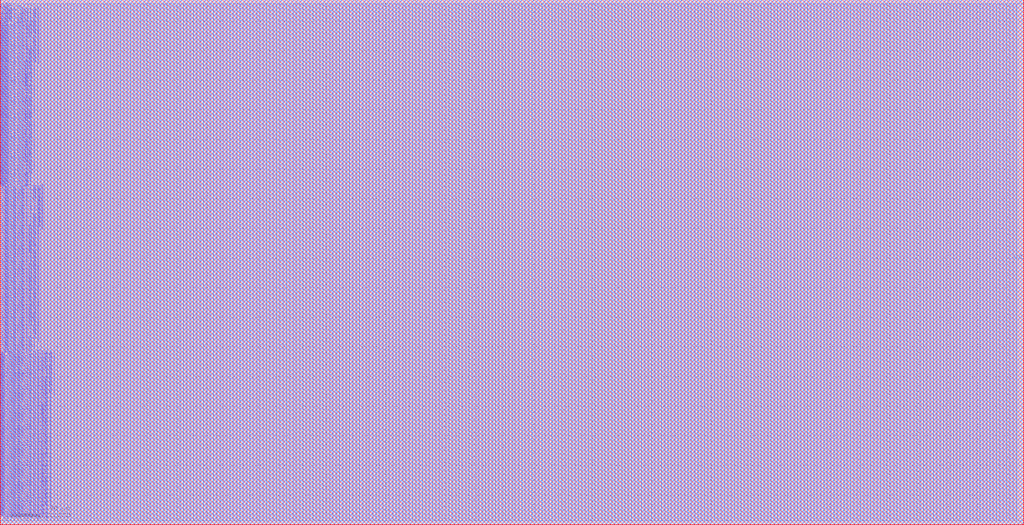
<source format=lef>
VERSION 5.7 ;
BUSBITCHARS "[]" ;
MACRO fakeram65_512x132
  FOREIGN fakeram65_512x132 0 0 ;
  SYMMETRY X Y R90 ;
  SIZE 345.500 BY 177.200 ;
  CLASS BLOCK ;
  PIN w_mask_in[0]
    DIRECTION INPUT ;
    USE SIGNAL ;
    SHAPE ABUTMENT ;
    PORT
      LAYER M3 ;
      RECT 0.000 1.365 0.070 1.435 ;
    END
  END w_mask_in[0]
  PIN w_mask_in[1]
    DIRECTION INPUT ;
    USE SIGNAL ;
    SHAPE ABUTMENT ;
    PORT
      LAYER M3 ;
      RECT 0.000 1.785 0.070 1.855 ;
    END
  END w_mask_in[1]
  PIN w_mask_in[2]
    DIRECTION INPUT ;
    USE SIGNAL ;
    SHAPE ABUTMENT ;
    PORT
      LAYER M3 ;
      RECT 0.000 2.205 0.070 2.275 ;
    END
  END w_mask_in[2]
  PIN w_mask_in[3]
    DIRECTION INPUT ;
    USE SIGNAL ;
    SHAPE ABUTMENT ;
    PORT
      LAYER M3 ;
      RECT 0.000 2.625 0.070 2.695 ;
    END
  END w_mask_in[3]
  PIN w_mask_in[4]
    DIRECTION INPUT ;
    USE SIGNAL ;
    SHAPE ABUTMENT ;
    PORT
      LAYER M3 ;
      RECT 0.000 3.045 0.070 3.115 ;
    END
  END w_mask_in[4]
  PIN w_mask_in[5]
    DIRECTION INPUT ;
    USE SIGNAL ;
    SHAPE ABUTMENT ;
    PORT
      LAYER M3 ;
      RECT 0.000 3.465 0.070 3.535 ;
    END
  END w_mask_in[5]
  PIN w_mask_in[6]
    DIRECTION INPUT ;
    USE SIGNAL ;
    SHAPE ABUTMENT ;
    PORT
      LAYER M3 ;
      RECT 0.000 3.885 0.070 3.955 ;
    END
  END w_mask_in[6]
  PIN w_mask_in[7]
    DIRECTION INPUT ;
    USE SIGNAL ;
    SHAPE ABUTMENT ;
    PORT
      LAYER M3 ;
      RECT 0.000 4.305 0.070 4.375 ;
    END
  END w_mask_in[7]
  PIN w_mask_in[8]
    DIRECTION INPUT ;
    USE SIGNAL ;
    SHAPE ABUTMENT ;
    PORT
      LAYER M3 ;
      RECT 0.000 4.725 0.070 4.795 ;
    END
  END w_mask_in[8]
  PIN w_mask_in[9]
    DIRECTION INPUT ;
    USE SIGNAL ;
    SHAPE ABUTMENT ;
    PORT
      LAYER M3 ;
      RECT 0.000 5.145 0.070 5.215 ;
    END
  END w_mask_in[9]
  PIN w_mask_in[10]
    DIRECTION INPUT ;
    USE SIGNAL ;
    SHAPE ABUTMENT ;
    PORT
      LAYER M3 ;
      RECT 0.000 5.565 0.070 5.635 ;
    END
  END w_mask_in[10]
  PIN w_mask_in[11]
    DIRECTION INPUT ;
    USE SIGNAL ;
    SHAPE ABUTMENT ;
    PORT
      LAYER M3 ;
      RECT 0.000 5.985 0.070 6.055 ;
    END
  END w_mask_in[11]
  PIN w_mask_in[12]
    DIRECTION INPUT ;
    USE SIGNAL ;
    SHAPE ABUTMENT ;
    PORT
      LAYER M3 ;
      RECT 0.000 6.405 0.070 6.475 ;
    END
  END w_mask_in[12]
  PIN w_mask_in[13]
    DIRECTION INPUT ;
    USE SIGNAL ;
    SHAPE ABUTMENT ;
    PORT
      LAYER M3 ;
      RECT 0.000 6.825 0.070 6.895 ;
    END
  END w_mask_in[13]
  PIN w_mask_in[14]
    DIRECTION INPUT ;
    USE SIGNAL ;
    SHAPE ABUTMENT ;
    PORT
      LAYER M3 ;
      RECT 0.000 7.245 0.070 7.315 ;
    END
  END w_mask_in[14]
  PIN w_mask_in[15]
    DIRECTION INPUT ;
    USE SIGNAL ;
    SHAPE ABUTMENT ;
    PORT
      LAYER M3 ;
      RECT 0.000 7.665 0.070 7.735 ;
    END
  END w_mask_in[15]
  PIN w_mask_in[16]
    DIRECTION INPUT ;
    USE SIGNAL ;
    SHAPE ABUTMENT ;
    PORT
      LAYER M3 ;
      RECT 0.000 8.085 0.070 8.155 ;
    END
  END w_mask_in[16]
  PIN w_mask_in[17]
    DIRECTION INPUT ;
    USE SIGNAL ;
    SHAPE ABUTMENT ;
    PORT
      LAYER M3 ;
      RECT 0.000 8.505 0.070 8.575 ;
    END
  END w_mask_in[17]
  PIN w_mask_in[18]
    DIRECTION INPUT ;
    USE SIGNAL ;
    SHAPE ABUTMENT ;
    PORT
      LAYER M3 ;
      RECT 0.000 8.925 0.070 8.995 ;
    END
  END w_mask_in[18]
  PIN w_mask_in[19]
    DIRECTION INPUT ;
    USE SIGNAL ;
    SHAPE ABUTMENT ;
    PORT
      LAYER M3 ;
      RECT 0.000 9.345 0.070 9.415 ;
    END
  END w_mask_in[19]
  PIN w_mask_in[20]
    DIRECTION INPUT ;
    USE SIGNAL ;
    SHAPE ABUTMENT ;
    PORT
      LAYER M3 ;
      RECT 0.000 9.765 0.070 9.835 ;
    END
  END w_mask_in[20]
  PIN w_mask_in[21]
    DIRECTION INPUT ;
    USE SIGNAL ;
    SHAPE ABUTMENT ;
    PORT
      LAYER M3 ;
      RECT 0.000 10.185 0.070 10.255 ;
    END
  END w_mask_in[21]
  PIN w_mask_in[22]
    DIRECTION INPUT ;
    USE SIGNAL ;
    SHAPE ABUTMENT ;
    PORT
      LAYER M3 ;
      RECT 0.000 10.605 0.070 10.675 ;
    END
  END w_mask_in[22]
  PIN w_mask_in[23]
    DIRECTION INPUT ;
    USE SIGNAL ;
    SHAPE ABUTMENT ;
    PORT
      LAYER M3 ;
      RECT 0.000 11.025 0.070 11.095 ;
    END
  END w_mask_in[23]
  PIN w_mask_in[24]
    DIRECTION INPUT ;
    USE SIGNAL ;
    SHAPE ABUTMENT ;
    PORT
      LAYER M3 ;
      RECT 0.000 11.445 0.070 11.515 ;
    END
  END w_mask_in[24]
  PIN w_mask_in[25]
    DIRECTION INPUT ;
    USE SIGNAL ;
    SHAPE ABUTMENT ;
    PORT
      LAYER M3 ;
      RECT 0.000 11.865 0.070 11.935 ;
    END
  END w_mask_in[25]
  PIN w_mask_in[26]
    DIRECTION INPUT ;
    USE SIGNAL ;
    SHAPE ABUTMENT ;
    PORT
      LAYER M3 ;
      RECT 0.000 12.285 0.070 12.355 ;
    END
  END w_mask_in[26]
  PIN w_mask_in[27]
    DIRECTION INPUT ;
    USE SIGNAL ;
    SHAPE ABUTMENT ;
    PORT
      LAYER M3 ;
      RECT 0.000 12.705 0.070 12.775 ;
    END
  END w_mask_in[27]
  PIN w_mask_in[28]
    DIRECTION INPUT ;
    USE SIGNAL ;
    SHAPE ABUTMENT ;
    PORT
      LAYER M3 ;
      RECT 0.000 13.125 0.070 13.195 ;
    END
  END w_mask_in[28]
  PIN w_mask_in[29]
    DIRECTION INPUT ;
    USE SIGNAL ;
    SHAPE ABUTMENT ;
    PORT
      LAYER M3 ;
      RECT 0.000 13.545 0.070 13.615 ;
    END
  END w_mask_in[29]
  PIN w_mask_in[30]
    DIRECTION INPUT ;
    USE SIGNAL ;
    SHAPE ABUTMENT ;
    PORT
      LAYER M3 ;
      RECT 0.000 13.965 0.070 14.035 ;
    END
  END w_mask_in[30]
  PIN w_mask_in[31]
    DIRECTION INPUT ;
    USE SIGNAL ;
    SHAPE ABUTMENT ;
    PORT
      LAYER M3 ;
      RECT 0.000 14.385 0.070 14.455 ;
    END
  END w_mask_in[31]
  PIN w_mask_in[32]
    DIRECTION INPUT ;
    USE SIGNAL ;
    SHAPE ABUTMENT ;
    PORT
      LAYER M3 ;
      RECT 0.000 14.805 0.070 14.875 ;
    END
  END w_mask_in[32]
  PIN w_mask_in[33]
    DIRECTION INPUT ;
    USE SIGNAL ;
    SHAPE ABUTMENT ;
    PORT
      LAYER M3 ;
      RECT 0.000 15.225 0.070 15.295 ;
    END
  END w_mask_in[33]
  PIN w_mask_in[34]
    DIRECTION INPUT ;
    USE SIGNAL ;
    SHAPE ABUTMENT ;
    PORT
      LAYER M3 ;
      RECT 0.000 15.645 0.070 15.715 ;
    END
  END w_mask_in[34]
  PIN w_mask_in[35]
    DIRECTION INPUT ;
    USE SIGNAL ;
    SHAPE ABUTMENT ;
    PORT
      LAYER M3 ;
      RECT 0.000 16.065 0.070 16.135 ;
    END
  END w_mask_in[35]
  PIN w_mask_in[36]
    DIRECTION INPUT ;
    USE SIGNAL ;
    SHAPE ABUTMENT ;
    PORT
      LAYER M3 ;
      RECT 0.000 16.485 0.070 16.555 ;
    END
  END w_mask_in[36]
  PIN w_mask_in[37]
    DIRECTION INPUT ;
    USE SIGNAL ;
    SHAPE ABUTMENT ;
    PORT
      LAYER M3 ;
      RECT 0.000 16.905 0.070 16.975 ;
    END
  END w_mask_in[37]
  PIN w_mask_in[38]
    DIRECTION INPUT ;
    USE SIGNAL ;
    SHAPE ABUTMENT ;
    PORT
      LAYER M3 ;
      RECT 0.000 17.325 0.070 17.395 ;
    END
  END w_mask_in[38]
  PIN w_mask_in[39]
    DIRECTION INPUT ;
    USE SIGNAL ;
    SHAPE ABUTMENT ;
    PORT
      LAYER M3 ;
      RECT 0.000 17.745 0.070 17.815 ;
    END
  END w_mask_in[39]
  PIN w_mask_in[40]
    DIRECTION INPUT ;
    USE SIGNAL ;
    SHAPE ABUTMENT ;
    PORT
      LAYER M3 ;
      RECT 0.000 18.165 0.070 18.235 ;
    END
  END w_mask_in[40]
  PIN w_mask_in[41]
    DIRECTION INPUT ;
    USE SIGNAL ;
    SHAPE ABUTMENT ;
    PORT
      LAYER M3 ;
      RECT 0.000 18.585 0.070 18.655 ;
    END
  END w_mask_in[41]
  PIN w_mask_in[42]
    DIRECTION INPUT ;
    USE SIGNAL ;
    SHAPE ABUTMENT ;
    PORT
      LAYER M3 ;
      RECT 0.000 19.005 0.070 19.075 ;
    END
  END w_mask_in[42]
  PIN w_mask_in[43]
    DIRECTION INPUT ;
    USE SIGNAL ;
    SHAPE ABUTMENT ;
    PORT
      LAYER M3 ;
      RECT 0.000 19.425 0.070 19.495 ;
    END
  END w_mask_in[43]
  PIN w_mask_in[44]
    DIRECTION INPUT ;
    USE SIGNAL ;
    SHAPE ABUTMENT ;
    PORT
      LAYER M3 ;
      RECT 0.000 19.845 0.070 19.915 ;
    END
  END w_mask_in[44]
  PIN w_mask_in[45]
    DIRECTION INPUT ;
    USE SIGNAL ;
    SHAPE ABUTMENT ;
    PORT
      LAYER M3 ;
      RECT 0.000 20.265 0.070 20.335 ;
    END
  END w_mask_in[45]
  PIN w_mask_in[46]
    DIRECTION INPUT ;
    USE SIGNAL ;
    SHAPE ABUTMENT ;
    PORT
      LAYER M3 ;
      RECT 0.000 20.685 0.070 20.755 ;
    END
  END w_mask_in[46]
  PIN w_mask_in[47]
    DIRECTION INPUT ;
    USE SIGNAL ;
    SHAPE ABUTMENT ;
    PORT
      LAYER M3 ;
      RECT 0.000 21.105 0.070 21.175 ;
    END
  END w_mask_in[47]
  PIN w_mask_in[48]
    DIRECTION INPUT ;
    USE SIGNAL ;
    SHAPE ABUTMENT ;
    PORT
      LAYER M3 ;
      RECT 0.000 21.525 0.070 21.595 ;
    END
  END w_mask_in[48]
  PIN w_mask_in[49]
    DIRECTION INPUT ;
    USE SIGNAL ;
    SHAPE ABUTMENT ;
    PORT
      LAYER M3 ;
      RECT 0.000 21.945 0.070 22.015 ;
    END
  END w_mask_in[49]
  PIN w_mask_in[50]
    DIRECTION INPUT ;
    USE SIGNAL ;
    SHAPE ABUTMENT ;
    PORT
      LAYER M3 ;
      RECT 0.000 22.365 0.070 22.435 ;
    END
  END w_mask_in[50]
  PIN w_mask_in[51]
    DIRECTION INPUT ;
    USE SIGNAL ;
    SHAPE ABUTMENT ;
    PORT
      LAYER M3 ;
      RECT 0.000 22.785 0.070 22.855 ;
    END
  END w_mask_in[51]
  PIN w_mask_in[52]
    DIRECTION INPUT ;
    USE SIGNAL ;
    SHAPE ABUTMENT ;
    PORT
      LAYER M3 ;
      RECT 0.000 23.205 0.070 23.275 ;
    END
  END w_mask_in[52]
  PIN w_mask_in[53]
    DIRECTION INPUT ;
    USE SIGNAL ;
    SHAPE ABUTMENT ;
    PORT
      LAYER M3 ;
      RECT 0.000 23.625 0.070 23.695 ;
    END
  END w_mask_in[53]
  PIN w_mask_in[54]
    DIRECTION INPUT ;
    USE SIGNAL ;
    SHAPE ABUTMENT ;
    PORT
      LAYER M3 ;
      RECT 0.000 24.045 0.070 24.115 ;
    END
  END w_mask_in[54]
  PIN w_mask_in[55]
    DIRECTION INPUT ;
    USE SIGNAL ;
    SHAPE ABUTMENT ;
    PORT
      LAYER M3 ;
      RECT 0.000 24.465 0.070 24.535 ;
    END
  END w_mask_in[55]
  PIN w_mask_in[56]
    DIRECTION INPUT ;
    USE SIGNAL ;
    SHAPE ABUTMENT ;
    PORT
      LAYER M3 ;
      RECT 0.000 24.885 0.070 24.955 ;
    END
  END w_mask_in[56]
  PIN w_mask_in[57]
    DIRECTION INPUT ;
    USE SIGNAL ;
    SHAPE ABUTMENT ;
    PORT
      LAYER M3 ;
      RECT 0.000 25.305 0.070 25.375 ;
    END
  END w_mask_in[57]
  PIN w_mask_in[58]
    DIRECTION INPUT ;
    USE SIGNAL ;
    SHAPE ABUTMENT ;
    PORT
      LAYER M3 ;
      RECT 0.000 25.725 0.070 25.795 ;
    END
  END w_mask_in[58]
  PIN w_mask_in[59]
    DIRECTION INPUT ;
    USE SIGNAL ;
    SHAPE ABUTMENT ;
    PORT
      LAYER M3 ;
      RECT 0.000 26.145 0.070 26.215 ;
    END
  END w_mask_in[59]
  PIN w_mask_in[60]
    DIRECTION INPUT ;
    USE SIGNAL ;
    SHAPE ABUTMENT ;
    PORT
      LAYER M3 ;
      RECT 0.000 26.565 0.070 26.635 ;
    END
  END w_mask_in[60]
  PIN w_mask_in[61]
    DIRECTION INPUT ;
    USE SIGNAL ;
    SHAPE ABUTMENT ;
    PORT
      LAYER M3 ;
      RECT 0.000 26.985 0.070 27.055 ;
    END
  END w_mask_in[61]
  PIN w_mask_in[62]
    DIRECTION INPUT ;
    USE SIGNAL ;
    SHAPE ABUTMENT ;
    PORT
      LAYER M3 ;
      RECT 0.000 27.405 0.070 27.475 ;
    END
  END w_mask_in[62]
  PIN w_mask_in[63]
    DIRECTION INPUT ;
    USE SIGNAL ;
    SHAPE ABUTMENT ;
    PORT
      LAYER M3 ;
      RECT 0.000 27.825 0.070 27.895 ;
    END
  END w_mask_in[63]
  PIN w_mask_in[64]
    DIRECTION INPUT ;
    USE SIGNAL ;
    SHAPE ABUTMENT ;
    PORT
      LAYER M3 ;
      RECT 0.000 28.245 0.070 28.315 ;
    END
  END w_mask_in[64]
  PIN w_mask_in[65]
    DIRECTION INPUT ;
    USE SIGNAL ;
    SHAPE ABUTMENT ;
    PORT
      LAYER M3 ;
      RECT 0.000 28.665 0.070 28.735 ;
    END
  END w_mask_in[65]
  PIN w_mask_in[66]
    DIRECTION INPUT ;
    USE SIGNAL ;
    SHAPE ABUTMENT ;
    PORT
      LAYER M3 ;
      RECT 0.000 29.085 0.070 29.155 ;
    END
  END w_mask_in[66]
  PIN w_mask_in[67]
    DIRECTION INPUT ;
    USE SIGNAL ;
    SHAPE ABUTMENT ;
    PORT
      LAYER M3 ;
      RECT 0.000 29.505 0.070 29.575 ;
    END
  END w_mask_in[67]
  PIN w_mask_in[68]
    DIRECTION INPUT ;
    USE SIGNAL ;
    SHAPE ABUTMENT ;
    PORT
      LAYER M3 ;
      RECT 0.000 29.925 0.070 29.995 ;
    END
  END w_mask_in[68]
  PIN w_mask_in[69]
    DIRECTION INPUT ;
    USE SIGNAL ;
    SHAPE ABUTMENT ;
    PORT
      LAYER M3 ;
      RECT 0.000 30.345 0.070 30.415 ;
    END
  END w_mask_in[69]
  PIN w_mask_in[70]
    DIRECTION INPUT ;
    USE SIGNAL ;
    SHAPE ABUTMENT ;
    PORT
      LAYER M3 ;
      RECT 0.000 30.765 0.070 30.835 ;
    END
  END w_mask_in[70]
  PIN w_mask_in[71]
    DIRECTION INPUT ;
    USE SIGNAL ;
    SHAPE ABUTMENT ;
    PORT
      LAYER M3 ;
      RECT 0.000 31.185 0.070 31.255 ;
    END
  END w_mask_in[71]
  PIN w_mask_in[72]
    DIRECTION INPUT ;
    USE SIGNAL ;
    SHAPE ABUTMENT ;
    PORT
      LAYER M3 ;
      RECT 0.000 31.605 0.070 31.675 ;
    END
  END w_mask_in[72]
  PIN w_mask_in[73]
    DIRECTION INPUT ;
    USE SIGNAL ;
    SHAPE ABUTMENT ;
    PORT
      LAYER M3 ;
      RECT 0.000 32.025 0.070 32.095 ;
    END
  END w_mask_in[73]
  PIN w_mask_in[74]
    DIRECTION INPUT ;
    USE SIGNAL ;
    SHAPE ABUTMENT ;
    PORT
      LAYER M3 ;
      RECT 0.000 32.445 0.070 32.515 ;
    END
  END w_mask_in[74]
  PIN w_mask_in[75]
    DIRECTION INPUT ;
    USE SIGNAL ;
    SHAPE ABUTMENT ;
    PORT
      LAYER M3 ;
      RECT 0.000 32.865 0.070 32.935 ;
    END
  END w_mask_in[75]
  PIN w_mask_in[76]
    DIRECTION INPUT ;
    USE SIGNAL ;
    SHAPE ABUTMENT ;
    PORT
      LAYER M3 ;
      RECT 0.000 33.285 0.070 33.355 ;
    END
  END w_mask_in[76]
  PIN w_mask_in[77]
    DIRECTION INPUT ;
    USE SIGNAL ;
    SHAPE ABUTMENT ;
    PORT
      LAYER M3 ;
      RECT 0.000 33.705 0.070 33.775 ;
    END
  END w_mask_in[77]
  PIN w_mask_in[78]
    DIRECTION INPUT ;
    USE SIGNAL ;
    SHAPE ABUTMENT ;
    PORT
      LAYER M3 ;
      RECT 0.000 34.125 0.070 34.195 ;
    END
  END w_mask_in[78]
  PIN w_mask_in[79]
    DIRECTION INPUT ;
    USE SIGNAL ;
    SHAPE ABUTMENT ;
    PORT
      LAYER M3 ;
      RECT 0.000 34.545 0.070 34.615 ;
    END
  END w_mask_in[79]
  PIN w_mask_in[80]
    DIRECTION INPUT ;
    USE SIGNAL ;
    SHAPE ABUTMENT ;
    PORT
      LAYER M3 ;
      RECT 0.000 34.965 0.070 35.035 ;
    END
  END w_mask_in[80]
  PIN w_mask_in[81]
    DIRECTION INPUT ;
    USE SIGNAL ;
    SHAPE ABUTMENT ;
    PORT
      LAYER M3 ;
      RECT 0.000 35.385 0.070 35.455 ;
    END
  END w_mask_in[81]
  PIN w_mask_in[82]
    DIRECTION INPUT ;
    USE SIGNAL ;
    SHAPE ABUTMENT ;
    PORT
      LAYER M3 ;
      RECT 0.000 35.805 0.070 35.875 ;
    END
  END w_mask_in[82]
  PIN w_mask_in[83]
    DIRECTION INPUT ;
    USE SIGNAL ;
    SHAPE ABUTMENT ;
    PORT
      LAYER M3 ;
      RECT 0.000 36.225 0.070 36.295 ;
    END
  END w_mask_in[83]
  PIN w_mask_in[84]
    DIRECTION INPUT ;
    USE SIGNAL ;
    SHAPE ABUTMENT ;
    PORT
      LAYER M3 ;
      RECT 0.000 36.645 0.070 36.715 ;
    END
  END w_mask_in[84]
  PIN w_mask_in[85]
    DIRECTION INPUT ;
    USE SIGNAL ;
    SHAPE ABUTMENT ;
    PORT
      LAYER M3 ;
      RECT 0.000 37.065 0.070 37.135 ;
    END
  END w_mask_in[85]
  PIN w_mask_in[86]
    DIRECTION INPUT ;
    USE SIGNAL ;
    SHAPE ABUTMENT ;
    PORT
      LAYER M3 ;
      RECT 0.000 37.485 0.070 37.555 ;
    END
  END w_mask_in[86]
  PIN w_mask_in[87]
    DIRECTION INPUT ;
    USE SIGNAL ;
    SHAPE ABUTMENT ;
    PORT
      LAYER M3 ;
      RECT 0.000 37.905 0.070 37.975 ;
    END
  END w_mask_in[87]
  PIN w_mask_in[88]
    DIRECTION INPUT ;
    USE SIGNAL ;
    SHAPE ABUTMENT ;
    PORT
      LAYER M3 ;
      RECT 0.000 38.325 0.070 38.395 ;
    END
  END w_mask_in[88]
  PIN w_mask_in[89]
    DIRECTION INPUT ;
    USE SIGNAL ;
    SHAPE ABUTMENT ;
    PORT
      LAYER M3 ;
      RECT 0.000 38.745 0.070 38.815 ;
    END
  END w_mask_in[89]
  PIN w_mask_in[90]
    DIRECTION INPUT ;
    USE SIGNAL ;
    SHAPE ABUTMENT ;
    PORT
      LAYER M3 ;
      RECT 0.000 39.165 0.070 39.235 ;
    END
  END w_mask_in[90]
  PIN w_mask_in[91]
    DIRECTION INPUT ;
    USE SIGNAL ;
    SHAPE ABUTMENT ;
    PORT
      LAYER M3 ;
      RECT 0.000 39.585 0.070 39.655 ;
    END
  END w_mask_in[91]
  PIN w_mask_in[92]
    DIRECTION INPUT ;
    USE SIGNAL ;
    SHAPE ABUTMENT ;
    PORT
      LAYER M3 ;
      RECT 0.000 40.005 0.070 40.075 ;
    END
  END w_mask_in[92]
  PIN w_mask_in[93]
    DIRECTION INPUT ;
    USE SIGNAL ;
    SHAPE ABUTMENT ;
    PORT
      LAYER M3 ;
      RECT 0.000 40.425 0.070 40.495 ;
    END
  END w_mask_in[93]
  PIN w_mask_in[94]
    DIRECTION INPUT ;
    USE SIGNAL ;
    SHAPE ABUTMENT ;
    PORT
      LAYER M3 ;
      RECT 0.000 40.845 0.070 40.915 ;
    END
  END w_mask_in[94]
  PIN w_mask_in[95]
    DIRECTION INPUT ;
    USE SIGNAL ;
    SHAPE ABUTMENT ;
    PORT
      LAYER M3 ;
      RECT 0.000 41.265 0.070 41.335 ;
    END
  END w_mask_in[95]
  PIN w_mask_in[96]
    DIRECTION INPUT ;
    USE SIGNAL ;
    SHAPE ABUTMENT ;
    PORT
      LAYER M3 ;
      RECT 0.000 41.685 0.070 41.755 ;
    END
  END w_mask_in[96]
  PIN w_mask_in[97]
    DIRECTION INPUT ;
    USE SIGNAL ;
    SHAPE ABUTMENT ;
    PORT
      LAYER M3 ;
      RECT 0.000 42.105 0.070 42.175 ;
    END
  END w_mask_in[97]
  PIN w_mask_in[98]
    DIRECTION INPUT ;
    USE SIGNAL ;
    SHAPE ABUTMENT ;
    PORT
      LAYER M3 ;
      RECT 0.000 42.525 0.070 42.595 ;
    END
  END w_mask_in[98]
  PIN w_mask_in[99]
    DIRECTION INPUT ;
    USE SIGNAL ;
    SHAPE ABUTMENT ;
    PORT
      LAYER M3 ;
      RECT 0.000 42.945 0.070 43.015 ;
    END
  END w_mask_in[99]
  PIN w_mask_in[100]
    DIRECTION INPUT ;
    USE SIGNAL ;
    SHAPE ABUTMENT ;
    PORT
      LAYER M3 ;
      RECT 0.000 43.365 0.070 43.435 ;
    END
  END w_mask_in[100]
  PIN w_mask_in[101]
    DIRECTION INPUT ;
    USE SIGNAL ;
    SHAPE ABUTMENT ;
    PORT
      LAYER M3 ;
      RECT 0.000 43.785 0.070 43.855 ;
    END
  END w_mask_in[101]
  PIN w_mask_in[102]
    DIRECTION INPUT ;
    USE SIGNAL ;
    SHAPE ABUTMENT ;
    PORT
      LAYER M3 ;
      RECT 0.000 44.205 0.070 44.275 ;
    END
  END w_mask_in[102]
  PIN w_mask_in[103]
    DIRECTION INPUT ;
    USE SIGNAL ;
    SHAPE ABUTMENT ;
    PORT
      LAYER M3 ;
      RECT 0.000 44.625 0.070 44.695 ;
    END
  END w_mask_in[103]
  PIN w_mask_in[104]
    DIRECTION INPUT ;
    USE SIGNAL ;
    SHAPE ABUTMENT ;
    PORT
      LAYER M3 ;
      RECT 0.000 45.045 0.070 45.115 ;
    END
  END w_mask_in[104]
  PIN w_mask_in[105]
    DIRECTION INPUT ;
    USE SIGNAL ;
    SHAPE ABUTMENT ;
    PORT
      LAYER M3 ;
      RECT 0.000 45.465 0.070 45.535 ;
    END
  END w_mask_in[105]
  PIN w_mask_in[106]
    DIRECTION INPUT ;
    USE SIGNAL ;
    SHAPE ABUTMENT ;
    PORT
      LAYER M3 ;
      RECT 0.000 45.885 0.070 45.955 ;
    END
  END w_mask_in[106]
  PIN w_mask_in[107]
    DIRECTION INPUT ;
    USE SIGNAL ;
    SHAPE ABUTMENT ;
    PORT
      LAYER M3 ;
      RECT 0.000 46.305 0.070 46.375 ;
    END
  END w_mask_in[107]
  PIN w_mask_in[108]
    DIRECTION INPUT ;
    USE SIGNAL ;
    SHAPE ABUTMENT ;
    PORT
      LAYER M3 ;
      RECT 0.000 46.725 0.070 46.795 ;
    END
  END w_mask_in[108]
  PIN w_mask_in[109]
    DIRECTION INPUT ;
    USE SIGNAL ;
    SHAPE ABUTMENT ;
    PORT
      LAYER M3 ;
      RECT 0.000 47.145 0.070 47.215 ;
    END
  END w_mask_in[109]
  PIN w_mask_in[110]
    DIRECTION INPUT ;
    USE SIGNAL ;
    SHAPE ABUTMENT ;
    PORT
      LAYER M3 ;
      RECT 0.000 47.565 0.070 47.635 ;
    END
  END w_mask_in[110]
  PIN w_mask_in[111]
    DIRECTION INPUT ;
    USE SIGNAL ;
    SHAPE ABUTMENT ;
    PORT
      LAYER M3 ;
      RECT 0.000 47.985 0.070 48.055 ;
    END
  END w_mask_in[111]
  PIN w_mask_in[112]
    DIRECTION INPUT ;
    USE SIGNAL ;
    SHAPE ABUTMENT ;
    PORT
      LAYER M3 ;
      RECT 0.000 48.405 0.070 48.475 ;
    END
  END w_mask_in[112]
  PIN w_mask_in[113]
    DIRECTION INPUT ;
    USE SIGNAL ;
    SHAPE ABUTMENT ;
    PORT
      LAYER M3 ;
      RECT 0.000 48.825 0.070 48.895 ;
    END
  END w_mask_in[113]
  PIN w_mask_in[114]
    DIRECTION INPUT ;
    USE SIGNAL ;
    SHAPE ABUTMENT ;
    PORT
      LAYER M3 ;
      RECT 0.000 49.245 0.070 49.315 ;
    END
  END w_mask_in[114]
  PIN w_mask_in[115]
    DIRECTION INPUT ;
    USE SIGNAL ;
    SHAPE ABUTMENT ;
    PORT
      LAYER M3 ;
      RECT 0.000 49.665 0.070 49.735 ;
    END
  END w_mask_in[115]
  PIN w_mask_in[116]
    DIRECTION INPUT ;
    USE SIGNAL ;
    SHAPE ABUTMENT ;
    PORT
      LAYER M3 ;
      RECT 0.000 50.085 0.070 50.155 ;
    END
  END w_mask_in[116]
  PIN w_mask_in[117]
    DIRECTION INPUT ;
    USE SIGNAL ;
    SHAPE ABUTMENT ;
    PORT
      LAYER M3 ;
      RECT 0.000 50.505 0.070 50.575 ;
    END
  END w_mask_in[117]
  PIN w_mask_in[118]
    DIRECTION INPUT ;
    USE SIGNAL ;
    SHAPE ABUTMENT ;
    PORT
      LAYER M3 ;
      RECT 0.000 50.925 0.070 50.995 ;
    END
  END w_mask_in[118]
  PIN w_mask_in[119]
    DIRECTION INPUT ;
    USE SIGNAL ;
    SHAPE ABUTMENT ;
    PORT
      LAYER M3 ;
      RECT 0.000 51.345 0.070 51.415 ;
    END
  END w_mask_in[119]
  PIN w_mask_in[120]
    DIRECTION INPUT ;
    USE SIGNAL ;
    SHAPE ABUTMENT ;
    PORT
      LAYER M3 ;
      RECT 0.000 51.765 0.070 51.835 ;
    END
  END w_mask_in[120]
  PIN w_mask_in[121]
    DIRECTION INPUT ;
    USE SIGNAL ;
    SHAPE ABUTMENT ;
    PORT
      LAYER M3 ;
      RECT 0.000 52.185 0.070 52.255 ;
    END
  END w_mask_in[121]
  PIN w_mask_in[122]
    DIRECTION INPUT ;
    USE SIGNAL ;
    SHAPE ABUTMENT ;
    PORT
      LAYER M3 ;
      RECT 0.000 52.605 0.070 52.675 ;
    END
  END w_mask_in[122]
  PIN w_mask_in[123]
    DIRECTION INPUT ;
    USE SIGNAL ;
    SHAPE ABUTMENT ;
    PORT
      LAYER M3 ;
      RECT 0.000 53.025 0.070 53.095 ;
    END
  END w_mask_in[123]
  PIN w_mask_in[124]
    DIRECTION INPUT ;
    USE SIGNAL ;
    SHAPE ABUTMENT ;
    PORT
      LAYER M3 ;
      RECT 0.000 53.445 0.070 53.515 ;
    END
  END w_mask_in[124]
  PIN w_mask_in[125]
    DIRECTION INPUT ;
    USE SIGNAL ;
    SHAPE ABUTMENT ;
    PORT
      LAYER M3 ;
      RECT 0.000 53.865 0.070 53.935 ;
    END
  END w_mask_in[125]
  PIN w_mask_in[126]
    DIRECTION INPUT ;
    USE SIGNAL ;
    SHAPE ABUTMENT ;
    PORT
      LAYER M3 ;
      RECT 0.000 54.285 0.070 54.355 ;
    END
  END w_mask_in[126]
  PIN w_mask_in[127]
    DIRECTION INPUT ;
    USE SIGNAL ;
    SHAPE ABUTMENT ;
    PORT
      LAYER M3 ;
      RECT 0.000 54.705 0.070 54.775 ;
    END
  END w_mask_in[127]
  PIN w_mask_in[128]
    DIRECTION INPUT ;
    USE SIGNAL ;
    SHAPE ABUTMENT ;
    PORT
      LAYER M3 ;
      RECT 0.000 55.125 0.070 55.195 ;
    END
  END w_mask_in[128]
  PIN w_mask_in[129]
    DIRECTION INPUT ;
    USE SIGNAL ;
    SHAPE ABUTMENT ;
    PORT
      LAYER M3 ;
      RECT 0.000 55.545 0.070 55.615 ;
    END
  END w_mask_in[129]
  PIN w_mask_in[130]
    DIRECTION INPUT ;
    USE SIGNAL ;
    SHAPE ABUTMENT ;
    PORT
      LAYER M3 ;
      RECT 0.000 55.965 0.070 56.035 ;
    END
  END w_mask_in[130]
  PIN w_mask_in[131]
    DIRECTION INPUT ;
    USE SIGNAL ;
    SHAPE ABUTMENT ;
    PORT
      LAYER M3 ;
      RECT 0.000 56.385 0.070 56.455 ;
    END
  END w_mask_in[131]
  PIN rd_out[0]
    DIRECTION OUTPUT ;
    USE SIGNAL ;
    SHAPE ABUTMENT ;
    PORT
      LAYER M3 ;
      RECT 0.000 57.085 0.070 57.155 ;
    END
  END rd_out[0]
  PIN rd_out[1]
    DIRECTION OUTPUT ;
    USE SIGNAL ;
    SHAPE ABUTMENT ;
    PORT
      LAYER M3 ;
      RECT 0.000 57.505 0.070 57.575 ;
    END
  END rd_out[1]
  PIN rd_out[2]
    DIRECTION OUTPUT ;
    USE SIGNAL ;
    SHAPE ABUTMENT ;
    PORT
      LAYER M3 ;
      RECT 0.000 57.925 0.070 57.995 ;
    END
  END rd_out[2]
  PIN rd_out[3]
    DIRECTION OUTPUT ;
    USE SIGNAL ;
    SHAPE ABUTMENT ;
    PORT
      LAYER M3 ;
      RECT 0.000 58.345 0.070 58.415 ;
    END
  END rd_out[3]
  PIN rd_out[4]
    DIRECTION OUTPUT ;
    USE SIGNAL ;
    SHAPE ABUTMENT ;
    PORT
      LAYER M3 ;
      RECT 0.000 58.765 0.070 58.835 ;
    END
  END rd_out[4]
  PIN rd_out[5]
    DIRECTION OUTPUT ;
    USE SIGNAL ;
    SHAPE ABUTMENT ;
    PORT
      LAYER M3 ;
      RECT 0.000 59.185 0.070 59.255 ;
    END
  END rd_out[5]
  PIN rd_out[6]
    DIRECTION OUTPUT ;
    USE SIGNAL ;
    SHAPE ABUTMENT ;
    PORT
      LAYER M3 ;
      RECT 0.000 59.605 0.070 59.675 ;
    END
  END rd_out[6]
  PIN rd_out[7]
    DIRECTION OUTPUT ;
    USE SIGNAL ;
    SHAPE ABUTMENT ;
    PORT
      LAYER M3 ;
      RECT 0.000 60.025 0.070 60.095 ;
    END
  END rd_out[7]
  PIN rd_out[8]
    DIRECTION OUTPUT ;
    USE SIGNAL ;
    SHAPE ABUTMENT ;
    PORT
      LAYER M3 ;
      RECT 0.000 60.445 0.070 60.515 ;
    END
  END rd_out[8]
  PIN rd_out[9]
    DIRECTION OUTPUT ;
    USE SIGNAL ;
    SHAPE ABUTMENT ;
    PORT
      LAYER M3 ;
      RECT 0.000 60.865 0.070 60.935 ;
    END
  END rd_out[9]
  PIN rd_out[10]
    DIRECTION OUTPUT ;
    USE SIGNAL ;
    SHAPE ABUTMENT ;
    PORT
      LAYER M3 ;
      RECT 0.000 61.285 0.070 61.355 ;
    END
  END rd_out[10]
  PIN rd_out[11]
    DIRECTION OUTPUT ;
    USE SIGNAL ;
    SHAPE ABUTMENT ;
    PORT
      LAYER M3 ;
      RECT 0.000 61.705 0.070 61.775 ;
    END
  END rd_out[11]
  PIN rd_out[12]
    DIRECTION OUTPUT ;
    USE SIGNAL ;
    SHAPE ABUTMENT ;
    PORT
      LAYER M3 ;
      RECT 0.000 62.125 0.070 62.195 ;
    END
  END rd_out[12]
  PIN rd_out[13]
    DIRECTION OUTPUT ;
    USE SIGNAL ;
    SHAPE ABUTMENT ;
    PORT
      LAYER M3 ;
      RECT 0.000 62.545 0.070 62.615 ;
    END
  END rd_out[13]
  PIN rd_out[14]
    DIRECTION OUTPUT ;
    USE SIGNAL ;
    SHAPE ABUTMENT ;
    PORT
      LAYER M3 ;
      RECT 0.000 62.965 0.070 63.035 ;
    END
  END rd_out[14]
  PIN rd_out[15]
    DIRECTION OUTPUT ;
    USE SIGNAL ;
    SHAPE ABUTMENT ;
    PORT
      LAYER M3 ;
      RECT 0.000 63.385 0.070 63.455 ;
    END
  END rd_out[15]
  PIN rd_out[16]
    DIRECTION OUTPUT ;
    USE SIGNAL ;
    SHAPE ABUTMENT ;
    PORT
      LAYER M3 ;
      RECT 0.000 63.805 0.070 63.875 ;
    END
  END rd_out[16]
  PIN rd_out[17]
    DIRECTION OUTPUT ;
    USE SIGNAL ;
    SHAPE ABUTMENT ;
    PORT
      LAYER M3 ;
      RECT 0.000 64.225 0.070 64.295 ;
    END
  END rd_out[17]
  PIN rd_out[18]
    DIRECTION OUTPUT ;
    USE SIGNAL ;
    SHAPE ABUTMENT ;
    PORT
      LAYER M3 ;
      RECT 0.000 64.645 0.070 64.715 ;
    END
  END rd_out[18]
  PIN rd_out[19]
    DIRECTION OUTPUT ;
    USE SIGNAL ;
    SHAPE ABUTMENT ;
    PORT
      LAYER M3 ;
      RECT 0.000 65.065 0.070 65.135 ;
    END
  END rd_out[19]
  PIN rd_out[20]
    DIRECTION OUTPUT ;
    USE SIGNAL ;
    SHAPE ABUTMENT ;
    PORT
      LAYER M3 ;
      RECT 0.000 65.485 0.070 65.555 ;
    END
  END rd_out[20]
  PIN rd_out[21]
    DIRECTION OUTPUT ;
    USE SIGNAL ;
    SHAPE ABUTMENT ;
    PORT
      LAYER M3 ;
      RECT 0.000 65.905 0.070 65.975 ;
    END
  END rd_out[21]
  PIN rd_out[22]
    DIRECTION OUTPUT ;
    USE SIGNAL ;
    SHAPE ABUTMENT ;
    PORT
      LAYER M3 ;
      RECT 0.000 66.325 0.070 66.395 ;
    END
  END rd_out[22]
  PIN rd_out[23]
    DIRECTION OUTPUT ;
    USE SIGNAL ;
    SHAPE ABUTMENT ;
    PORT
      LAYER M3 ;
      RECT 0.000 66.745 0.070 66.815 ;
    END
  END rd_out[23]
  PIN rd_out[24]
    DIRECTION OUTPUT ;
    USE SIGNAL ;
    SHAPE ABUTMENT ;
    PORT
      LAYER M3 ;
      RECT 0.000 67.165 0.070 67.235 ;
    END
  END rd_out[24]
  PIN rd_out[25]
    DIRECTION OUTPUT ;
    USE SIGNAL ;
    SHAPE ABUTMENT ;
    PORT
      LAYER M3 ;
      RECT 0.000 67.585 0.070 67.655 ;
    END
  END rd_out[25]
  PIN rd_out[26]
    DIRECTION OUTPUT ;
    USE SIGNAL ;
    SHAPE ABUTMENT ;
    PORT
      LAYER M3 ;
      RECT 0.000 68.005 0.070 68.075 ;
    END
  END rd_out[26]
  PIN rd_out[27]
    DIRECTION OUTPUT ;
    USE SIGNAL ;
    SHAPE ABUTMENT ;
    PORT
      LAYER M3 ;
      RECT 0.000 68.425 0.070 68.495 ;
    END
  END rd_out[27]
  PIN rd_out[28]
    DIRECTION OUTPUT ;
    USE SIGNAL ;
    SHAPE ABUTMENT ;
    PORT
      LAYER M3 ;
      RECT 0.000 68.845 0.070 68.915 ;
    END
  END rd_out[28]
  PIN rd_out[29]
    DIRECTION OUTPUT ;
    USE SIGNAL ;
    SHAPE ABUTMENT ;
    PORT
      LAYER M3 ;
      RECT 0.000 69.265 0.070 69.335 ;
    END
  END rd_out[29]
  PIN rd_out[30]
    DIRECTION OUTPUT ;
    USE SIGNAL ;
    SHAPE ABUTMENT ;
    PORT
      LAYER M3 ;
      RECT 0.000 69.685 0.070 69.755 ;
    END
  END rd_out[30]
  PIN rd_out[31]
    DIRECTION OUTPUT ;
    USE SIGNAL ;
    SHAPE ABUTMENT ;
    PORT
      LAYER M3 ;
      RECT 0.000 70.105 0.070 70.175 ;
    END
  END rd_out[31]
  PIN rd_out[32]
    DIRECTION OUTPUT ;
    USE SIGNAL ;
    SHAPE ABUTMENT ;
    PORT
      LAYER M3 ;
      RECT 0.000 70.525 0.070 70.595 ;
    END
  END rd_out[32]
  PIN rd_out[33]
    DIRECTION OUTPUT ;
    USE SIGNAL ;
    SHAPE ABUTMENT ;
    PORT
      LAYER M3 ;
      RECT 0.000 70.945 0.070 71.015 ;
    END
  END rd_out[33]
  PIN rd_out[34]
    DIRECTION OUTPUT ;
    USE SIGNAL ;
    SHAPE ABUTMENT ;
    PORT
      LAYER M3 ;
      RECT 0.000 71.365 0.070 71.435 ;
    END
  END rd_out[34]
  PIN rd_out[35]
    DIRECTION OUTPUT ;
    USE SIGNAL ;
    SHAPE ABUTMENT ;
    PORT
      LAYER M3 ;
      RECT 0.000 71.785 0.070 71.855 ;
    END
  END rd_out[35]
  PIN rd_out[36]
    DIRECTION OUTPUT ;
    USE SIGNAL ;
    SHAPE ABUTMENT ;
    PORT
      LAYER M3 ;
      RECT 0.000 72.205 0.070 72.275 ;
    END
  END rd_out[36]
  PIN rd_out[37]
    DIRECTION OUTPUT ;
    USE SIGNAL ;
    SHAPE ABUTMENT ;
    PORT
      LAYER M3 ;
      RECT 0.000 72.625 0.070 72.695 ;
    END
  END rd_out[37]
  PIN rd_out[38]
    DIRECTION OUTPUT ;
    USE SIGNAL ;
    SHAPE ABUTMENT ;
    PORT
      LAYER M3 ;
      RECT 0.000 73.045 0.070 73.115 ;
    END
  END rd_out[38]
  PIN rd_out[39]
    DIRECTION OUTPUT ;
    USE SIGNAL ;
    SHAPE ABUTMENT ;
    PORT
      LAYER M3 ;
      RECT 0.000 73.465 0.070 73.535 ;
    END
  END rd_out[39]
  PIN rd_out[40]
    DIRECTION OUTPUT ;
    USE SIGNAL ;
    SHAPE ABUTMENT ;
    PORT
      LAYER M3 ;
      RECT 0.000 73.885 0.070 73.955 ;
    END
  END rd_out[40]
  PIN rd_out[41]
    DIRECTION OUTPUT ;
    USE SIGNAL ;
    SHAPE ABUTMENT ;
    PORT
      LAYER M3 ;
      RECT 0.000 74.305 0.070 74.375 ;
    END
  END rd_out[41]
  PIN rd_out[42]
    DIRECTION OUTPUT ;
    USE SIGNAL ;
    SHAPE ABUTMENT ;
    PORT
      LAYER M3 ;
      RECT 0.000 74.725 0.070 74.795 ;
    END
  END rd_out[42]
  PIN rd_out[43]
    DIRECTION OUTPUT ;
    USE SIGNAL ;
    SHAPE ABUTMENT ;
    PORT
      LAYER M3 ;
      RECT 0.000 75.145 0.070 75.215 ;
    END
  END rd_out[43]
  PIN rd_out[44]
    DIRECTION OUTPUT ;
    USE SIGNAL ;
    SHAPE ABUTMENT ;
    PORT
      LAYER M3 ;
      RECT 0.000 75.565 0.070 75.635 ;
    END
  END rd_out[44]
  PIN rd_out[45]
    DIRECTION OUTPUT ;
    USE SIGNAL ;
    SHAPE ABUTMENT ;
    PORT
      LAYER M3 ;
      RECT 0.000 75.985 0.070 76.055 ;
    END
  END rd_out[45]
  PIN rd_out[46]
    DIRECTION OUTPUT ;
    USE SIGNAL ;
    SHAPE ABUTMENT ;
    PORT
      LAYER M3 ;
      RECT 0.000 76.405 0.070 76.475 ;
    END
  END rd_out[46]
  PIN rd_out[47]
    DIRECTION OUTPUT ;
    USE SIGNAL ;
    SHAPE ABUTMENT ;
    PORT
      LAYER M3 ;
      RECT 0.000 76.825 0.070 76.895 ;
    END
  END rd_out[47]
  PIN rd_out[48]
    DIRECTION OUTPUT ;
    USE SIGNAL ;
    SHAPE ABUTMENT ;
    PORT
      LAYER M3 ;
      RECT 0.000 77.245 0.070 77.315 ;
    END
  END rd_out[48]
  PIN rd_out[49]
    DIRECTION OUTPUT ;
    USE SIGNAL ;
    SHAPE ABUTMENT ;
    PORT
      LAYER M3 ;
      RECT 0.000 77.665 0.070 77.735 ;
    END
  END rd_out[49]
  PIN rd_out[50]
    DIRECTION OUTPUT ;
    USE SIGNAL ;
    SHAPE ABUTMENT ;
    PORT
      LAYER M3 ;
      RECT 0.000 78.085 0.070 78.155 ;
    END
  END rd_out[50]
  PIN rd_out[51]
    DIRECTION OUTPUT ;
    USE SIGNAL ;
    SHAPE ABUTMENT ;
    PORT
      LAYER M3 ;
      RECT 0.000 78.505 0.070 78.575 ;
    END
  END rd_out[51]
  PIN rd_out[52]
    DIRECTION OUTPUT ;
    USE SIGNAL ;
    SHAPE ABUTMENT ;
    PORT
      LAYER M3 ;
      RECT 0.000 78.925 0.070 78.995 ;
    END
  END rd_out[52]
  PIN rd_out[53]
    DIRECTION OUTPUT ;
    USE SIGNAL ;
    SHAPE ABUTMENT ;
    PORT
      LAYER M3 ;
      RECT 0.000 79.345 0.070 79.415 ;
    END
  END rd_out[53]
  PIN rd_out[54]
    DIRECTION OUTPUT ;
    USE SIGNAL ;
    SHAPE ABUTMENT ;
    PORT
      LAYER M3 ;
      RECT 0.000 79.765 0.070 79.835 ;
    END
  END rd_out[54]
  PIN rd_out[55]
    DIRECTION OUTPUT ;
    USE SIGNAL ;
    SHAPE ABUTMENT ;
    PORT
      LAYER M3 ;
      RECT 0.000 80.185 0.070 80.255 ;
    END
  END rd_out[55]
  PIN rd_out[56]
    DIRECTION OUTPUT ;
    USE SIGNAL ;
    SHAPE ABUTMENT ;
    PORT
      LAYER M3 ;
      RECT 0.000 80.605 0.070 80.675 ;
    END
  END rd_out[56]
  PIN rd_out[57]
    DIRECTION OUTPUT ;
    USE SIGNAL ;
    SHAPE ABUTMENT ;
    PORT
      LAYER M3 ;
      RECT 0.000 81.025 0.070 81.095 ;
    END
  END rd_out[57]
  PIN rd_out[58]
    DIRECTION OUTPUT ;
    USE SIGNAL ;
    SHAPE ABUTMENT ;
    PORT
      LAYER M3 ;
      RECT 0.000 81.445 0.070 81.515 ;
    END
  END rd_out[58]
  PIN rd_out[59]
    DIRECTION OUTPUT ;
    USE SIGNAL ;
    SHAPE ABUTMENT ;
    PORT
      LAYER M3 ;
      RECT 0.000 81.865 0.070 81.935 ;
    END
  END rd_out[59]
  PIN rd_out[60]
    DIRECTION OUTPUT ;
    USE SIGNAL ;
    SHAPE ABUTMENT ;
    PORT
      LAYER M3 ;
      RECT 0.000 82.285 0.070 82.355 ;
    END
  END rd_out[60]
  PIN rd_out[61]
    DIRECTION OUTPUT ;
    USE SIGNAL ;
    SHAPE ABUTMENT ;
    PORT
      LAYER M3 ;
      RECT 0.000 82.705 0.070 82.775 ;
    END
  END rd_out[61]
  PIN rd_out[62]
    DIRECTION OUTPUT ;
    USE SIGNAL ;
    SHAPE ABUTMENT ;
    PORT
      LAYER M3 ;
      RECT 0.000 83.125 0.070 83.195 ;
    END
  END rd_out[62]
  PIN rd_out[63]
    DIRECTION OUTPUT ;
    USE SIGNAL ;
    SHAPE ABUTMENT ;
    PORT
      LAYER M3 ;
      RECT 0.000 83.545 0.070 83.615 ;
    END
  END rd_out[63]
  PIN rd_out[64]
    DIRECTION OUTPUT ;
    USE SIGNAL ;
    SHAPE ABUTMENT ;
    PORT
      LAYER M3 ;
      RECT 0.000 83.965 0.070 84.035 ;
    END
  END rd_out[64]
  PIN rd_out[65]
    DIRECTION OUTPUT ;
    USE SIGNAL ;
    SHAPE ABUTMENT ;
    PORT
      LAYER M3 ;
      RECT 0.000 84.385 0.070 84.455 ;
    END
  END rd_out[65]
  PIN rd_out[66]
    DIRECTION OUTPUT ;
    USE SIGNAL ;
    SHAPE ABUTMENT ;
    PORT
      LAYER M3 ;
      RECT 0.000 84.805 0.070 84.875 ;
    END
  END rd_out[66]
  PIN rd_out[67]
    DIRECTION OUTPUT ;
    USE SIGNAL ;
    SHAPE ABUTMENT ;
    PORT
      LAYER M3 ;
      RECT 0.000 85.225 0.070 85.295 ;
    END
  END rd_out[67]
  PIN rd_out[68]
    DIRECTION OUTPUT ;
    USE SIGNAL ;
    SHAPE ABUTMENT ;
    PORT
      LAYER M3 ;
      RECT 0.000 85.645 0.070 85.715 ;
    END
  END rd_out[68]
  PIN rd_out[69]
    DIRECTION OUTPUT ;
    USE SIGNAL ;
    SHAPE ABUTMENT ;
    PORT
      LAYER M3 ;
      RECT 0.000 86.065 0.070 86.135 ;
    END
  END rd_out[69]
  PIN rd_out[70]
    DIRECTION OUTPUT ;
    USE SIGNAL ;
    SHAPE ABUTMENT ;
    PORT
      LAYER M3 ;
      RECT 0.000 86.485 0.070 86.555 ;
    END
  END rd_out[70]
  PIN rd_out[71]
    DIRECTION OUTPUT ;
    USE SIGNAL ;
    SHAPE ABUTMENT ;
    PORT
      LAYER M3 ;
      RECT 0.000 86.905 0.070 86.975 ;
    END
  END rd_out[71]
  PIN rd_out[72]
    DIRECTION OUTPUT ;
    USE SIGNAL ;
    SHAPE ABUTMENT ;
    PORT
      LAYER M3 ;
      RECT 0.000 87.325 0.070 87.395 ;
    END
  END rd_out[72]
  PIN rd_out[73]
    DIRECTION OUTPUT ;
    USE SIGNAL ;
    SHAPE ABUTMENT ;
    PORT
      LAYER M3 ;
      RECT 0.000 87.745 0.070 87.815 ;
    END
  END rd_out[73]
  PIN rd_out[74]
    DIRECTION OUTPUT ;
    USE SIGNAL ;
    SHAPE ABUTMENT ;
    PORT
      LAYER M3 ;
      RECT 0.000 88.165 0.070 88.235 ;
    END
  END rd_out[74]
  PIN rd_out[75]
    DIRECTION OUTPUT ;
    USE SIGNAL ;
    SHAPE ABUTMENT ;
    PORT
      LAYER M3 ;
      RECT 0.000 88.585 0.070 88.655 ;
    END
  END rd_out[75]
  PIN rd_out[76]
    DIRECTION OUTPUT ;
    USE SIGNAL ;
    SHAPE ABUTMENT ;
    PORT
      LAYER M3 ;
      RECT 0.000 89.005 0.070 89.075 ;
    END
  END rd_out[76]
  PIN rd_out[77]
    DIRECTION OUTPUT ;
    USE SIGNAL ;
    SHAPE ABUTMENT ;
    PORT
      LAYER M3 ;
      RECT 0.000 89.425 0.070 89.495 ;
    END
  END rd_out[77]
  PIN rd_out[78]
    DIRECTION OUTPUT ;
    USE SIGNAL ;
    SHAPE ABUTMENT ;
    PORT
      LAYER M3 ;
      RECT 0.000 89.845 0.070 89.915 ;
    END
  END rd_out[78]
  PIN rd_out[79]
    DIRECTION OUTPUT ;
    USE SIGNAL ;
    SHAPE ABUTMENT ;
    PORT
      LAYER M3 ;
      RECT 0.000 90.265 0.070 90.335 ;
    END
  END rd_out[79]
  PIN rd_out[80]
    DIRECTION OUTPUT ;
    USE SIGNAL ;
    SHAPE ABUTMENT ;
    PORT
      LAYER M3 ;
      RECT 0.000 90.685 0.070 90.755 ;
    END
  END rd_out[80]
  PIN rd_out[81]
    DIRECTION OUTPUT ;
    USE SIGNAL ;
    SHAPE ABUTMENT ;
    PORT
      LAYER M3 ;
      RECT 0.000 91.105 0.070 91.175 ;
    END
  END rd_out[81]
  PIN rd_out[82]
    DIRECTION OUTPUT ;
    USE SIGNAL ;
    SHAPE ABUTMENT ;
    PORT
      LAYER M3 ;
      RECT 0.000 91.525 0.070 91.595 ;
    END
  END rd_out[82]
  PIN rd_out[83]
    DIRECTION OUTPUT ;
    USE SIGNAL ;
    SHAPE ABUTMENT ;
    PORT
      LAYER M3 ;
      RECT 0.000 91.945 0.070 92.015 ;
    END
  END rd_out[83]
  PIN rd_out[84]
    DIRECTION OUTPUT ;
    USE SIGNAL ;
    SHAPE ABUTMENT ;
    PORT
      LAYER M3 ;
      RECT 0.000 92.365 0.070 92.435 ;
    END
  END rd_out[84]
  PIN rd_out[85]
    DIRECTION OUTPUT ;
    USE SIGNAL ;
    SHAPE ABUTMENT ;
    PORT
      LAYER M3 ;
      RECT 0.000 92.785 0.070 92.855 ;
    END
  END rd_out[85]
  PIN rd_out[86]
    DIRECTION OUTPUT ;
    USE SIGNAL ;
    SHAPE ABUTMENT ;
    PORT
      LAYER M3 ;
      RECT 0.000 93.205 0.070 93.275 ;
    END
  END rd_out[86]
  PIN rd_out[87]
    DIRECTION OUTPUT ;
    USE SIGNAL ;
    SHAPE ABUTMENT ;
    PORT
      LAYER M3 ;
      RECT 0.000 93.625 0.070 93.695 ;
    END
  END rd_out[87]
  PIN rd_out[88]
    DIRECTION OUTPUT ;
    USE SIGNAL ;
    SHAPE ABUTMENT ;
    PORT
      LAYER M3 ;
      RECT 0.000 94.045 0.070 94.115 ;
    END
  END rd_out[88]
  PIN rd_out[89]
    DIRECTION OUTPUT ;
    USE SIGNAL ;
    SHAPE ABUTMENT ;
    PORT
      LAYER M3 ;
      RECT 0.000 94.465 0.070 94.535 ;
    END
  END rd_out[89]
  PIN rd_out[90]
    DIRECTION OUTPUT ;
    USE SIGNAL ;
    SHAPE ABUTMENT ;
    PORT
      LAYER M3 ;
      RECT 0.000 94.885 0.070 94.955 ;
    END
  END rd_out[90]
  PIN rd_out[91]
    DIRECTION OUTPUT ;
    USE SIGNAL ;
    SHAPE ABUTMENT ;
    PORT
      LAYER M3 ;
      RECT 0.000 95.305 0.070 95.375 ;
    END
  END rd_out[91]
  PIN rd_out[92]
    DIRECTION OUTPUT ;
    USE SIGNAL ;
    SHAPE ABUTMENT ;
    PORT
      LAYER M3 ;
      RECT 0.000 95.725 0.070 95.795 ;
    END
  END rd_out[92]
  PIN rd_out[93]
    DIRECTION OUTPUT ;
    USE SIGNAL ;
    SHAPE ABUTMENT ;
    PORT
      LAYER M3 ;
      RECT 0.000 96.145 0.070 96.215 ;
    END
  END rd_out[93]
  PIN rd_out[94]
    DIRECTION OUTPUT ;
    USE SIGNAL ;
    SHAPE ABUTMENT ;
    PORT
      LAYER M3 ;
      RECT 0.000 96.565 0.070 96.635 ;
    END
  END rd_out[94]
  PIN rd_out[95]
    DIRECTION OUTPUT ;
    USE SIGNAL ;
    SHAPE ABUTMENT ;
    PORT
      LAYER M3 ;
      RECT 0.000 96.985 0.070 97.055 ;
    END
  END rd_out[95]
  PIN rd_out[96]
    DIRECTION OUTPUT ;
    USE SIGNAL ;
    SHAPE ABUTMENT ;
    PORT
      LAYER M3 ;
      RECT 0.000 97.405 0.070 97.475 ;
    END
  END rd_out[96]
  PIN rd_out[97]
    DIRECTION OUTPUT ;
    USE SIGNAL ;
    SHAPE ABUTMENT ;
    PORT
      LAYER M3 ;
      RECT 0.000 97.825 0.070 97.895 ;
    END
  END rd_out[97]
  PIN rd_out[98]
    DIRECTION OUTPUT ;
    USE SIGNAL ;
    SHAPE ABUTMENT ;
    PORT
      LAYER M3 ;
      RECT 0.000 98.245 0.070 98.315 ;
    END
  END rd_out[98]
  PIN rd_out[99]
    DIRECTION OUTPUT ;
    USE SIGNAL ;
    SHAPE ABUTMENT ;
    PORT
      LAYER M3 ;
      RECT 0.000 98.665 0.070 98.735 ;
    END
  END rd_out[99]
  PIN rd_out[100]
    DIRECTION OUTPUT ;
    USE SIGNAL ;
    SHAPE ABUTMENT ;
    PORT
      LAYER M3 ;
      RECT 0.000 99.085 0.070 99.155 ;
    END
  END rd_out[100]
  PIN rd_out[101]
    DIRECTION OUTPUT ;
    USE SIGNAL ;
    SHAPE ABUTMENT ;
    PORT
      LAYER M3 ;
      RECT 0.000 99.505 0.070 99.575 ;
    END
  END rd_out[101]
  PIN rd_out[102]
    DIRECTION OUTPUT ;
    USE SIGNAL ;
    SHAPE ABUTMENT ;
    PORT
      LAYER M3 ;
      RECT 0.000 99.925 0.070 99.995 ;
    END
  END rd_out[102]
  PIN rd_out[103]
    DIRECTION OUTPUT ;
    USE SIGNAL ;
    SHAPE ABUTMENT ;
    PORT
      LAYER M3 ;
      RECT 0.000 100.345 0.070 100.415 ;
    END
  END rd_out[103]
  PIN rd_out[104]
    DIRECTION OUTPUT ;
    USE SIGNAL ;
    SHAPE ABUTMENT ;
    PORT
      LAYER M3 ;
      RECT 0.000 100.765 0.070 100.835 ;
    END
  END rd_out[104]
  PIN rd_out[105]
    DIRECTION OUTPUT ;
    USE SIGNAL ;
    SHAPE ABUTMENT ;
    PORT
      LAYER M3 ;
      RECT 0.000 101.185 0.070 101.255 ;
    END
  END rd_out[105]
  PIN rd_out[106]
    DIRECTION OUTPUT ;
    USE SIGNAL ;
    SHAPE ABUTMENT ;
    PORT
      LAYER M3 ;
      RECT 0.000 101.605 0.070 101.675 ;
    END
  END rd_out[106]
  PIN rd_out[107]
    DIRECTION OUTPUT ;
    USE SIGNAL ;
    SHAPE ABUTMENT ;
    PORT
      LAYER M3 ;
      RECT 0.000 102.025 0.070 102.095 ;
    END
  END rd_out[107]
  PIN rd_out[108]
    DIRECTION OUTPUT ;
    USE SIGNAL ;
    SHAPE ABUTMENT ;
    PORT
      LAYER M3 ;
      RECT 0.000 102.445 0.070 102.515 ;
    END
  END rd_out[108]
  PIN rd_out[109]
    DIRECTION OUTPUT ;
    USE SIGNAL ;
    SHAPE ABUTMENT ;
    PORT
      LAYER M3 ;
      RECT 0.000 102.865 0.070 102.935 ;
    END
  END rd_out[109]
  PIN rd_out[110]
    DIRECTION OUTPUT ;
    USE SIGNAL ;
    SHAPE ABUTMENT ;
    PORT
      LAYER M3 ;
      RECT 0.000 103.285 0.070 103.355 ;
    END
  END rd_out[110]
  PIN rd_out[111]
    DIRECTION OUTPUT ;
    USE SIGNAL ;
    SHAPE ABUTMENT ;
    PORT
      LAYER M3 ;
      RECT 0.000 103.705 0.070 103.775 ;
    END
  END rd_out[111]
  PIN rd_out[112]
    DIRECTION OUTPUT ;
    USE SIGNAL ;
    SHAPE ABUTMENT ;
    PORT
      LAYER M3 ;
      RECT 0.000 104.125 0.070 104.195 ;
    END
  END rd_out[112]
  PIN rd_out[113]
    DIRECTION OUTPUT ;
    USE SIGNAL ;
    SHAPE ABUTMENT ;
    PORT
      LAYER M3 ;
      RECT 0.000 104.545 0.070 104.615 ;
    END
  END rd_out[113]
  PIN rd_out[114]
    DIRECTION OUTPUT ;
    USE SIGNAL ;
    SHAPE ABUTMENT ;
    PORT
      LAYER M3 ;
      RECT 0.000 104.965 0.070 105.035 ;
    END
  END rd_out[114]
  PIN rd_out[115]
    DIRECTION OUTPUT ;
    USE SIGNAL ;
    SHAPE ABUTMENT ;
    PORT
      LAYER M3 ;
      RECT 0.000 105.385 0.070 105.455 ;
    END
  END rd_out[115]
  PIN rd_out[116]
    DIRECTION OUTPUT ;
    USE SIGNAL ;
    SHAPE ABUTMENT ;
    PORT
      LAYER M3 ;
      RECT 0.000 105.805 0.070 105.875 ;
    END
  END rd_out[116]
  PIN rd_out[117]
    DIRECTION OUTPUT ;
    USE SIGNAL ;
    SHAPE ABUTMENT ;
    PORT
      LAYER M3 ;
      RECT 0.000 106.225 0.070 106.295 ;
    END
  END rd_out[117]
  PIN rd_out[118]
    DIRECTION OUTPUT ;
    USE SIGNAL ;
    SHAPE ABUTMENT ;
    PORT
      LAYER M3 ;
      RECT 0.000 106.645 0.070 106.715 ;
    END
  END rd_out[118]
  PIN rd_out[119]
    DIRECTION OUTPUT ;
    USE SIGNAL ;
    SHAPE ABUTMENT ;
    PORT
      LAYER M3 ;
      RECT 0.000 107.065 0.070 107.135 ;
    END
  END rd_out[119]
  PIN rd_out[120]
    DIRECTION OUTPUT ;
    USE SIGNAL ;
    SHAPE ABUTMENT ;
    PORT
      LAYER M3 ;
      RECT 0.000 107.485 0.070 107.555 ;
    END
  END rd_out[120]
  PIN rd_out[121]
    DIRECTION OUTPUT ;
    USE SIGNAL ;
    SHAPE ABUTMENT ;
    PORT
      LAYER M3 ;
      RECT 0.000 107.905 0.070 107.975 ;
    END
  END rd_out[121]
  PIN rd_out[122]
    DIRECTION OUTPUT ;
    USE SIGNAL ;
    SHAPE ABUTMENT ;
    PORT
      LAYER M3 ;
      RECT 0.000 108.325 0.070 108.395 ;
    END
  END rd_out[122]
  PIN rd_out[123]
    DIRECTION OUTPUT ;
    USE SIGNAL ;
    SHAPE ABUTMENT ;
    PORT
      LAYER M3 ;
      RECT 0.000 108.745 0.070 108.815 ;
    END
  END rd_out[123]
  PIN rd_out[124]
    DIRECTION OUTPUT ;
    USE SIGNAL ;
    SHAPE ABUTMENT ;
    PORT
      LAYER M3 ;
      RECT 0.000 109.165 0.070 109.235 ;
    END
  END rd_out[124]
  PIN rd_out[125]
    DIRECTION OUTPUT ;
    USE SIGNAL ;
    SHAPE ABUTMENT ;
    PORT
      LAYER M3 ;
      RECT 0.000 109.585 0.070 109.655 ;
    END
  END rd_out[125]
  PIN rd_out[126]
    DIRECTION OUTPUT ;
    USE SIGNAL ;
    SHAPE ABUTMENT ;
    PORT
      LAYER M3 ;
      RECT 0.000 110.005 0.070 110.075 ;
    END
  END rd_out[126]
  PIN rd_out[127]
    DIRECTION OUTPUT ;
    USE SIGNAL ;
    SHAPE ABUTMENT ;
    PORT
      LAYER M3 ;
      RECT 0.000 110.425 0.070 110.495 ;
    END
  END rd_out[127]
  PIN rd_out[128]
    DIRECTION OUTPUT ;
    USE SIGNAL ;
    SHAPE ABUTMENT ;
    PORT
      LAYER M3 ;
      RECT 0.000 110.845 0.070 110.915 ;
    END
  END rd_out[128]
  PIN rd_out[129]
    DIRECTION OUTPUT ;
    USE SIGNAL ;
    SHAPE ABUTMENT ;
    PORT
      LAYER M3 ;
      RECT 0.000 111.265 0.070 111.335 ;
    END
  END rd_out[129]
  PIN rd_out[130]
    DIRECTION OUTPUT ;
    USE SIGNAL ;
    SHAPE ABUTMENT ;
    PORT
      LAYER M3 ;
      RECT 0.000 111.685 0.070 111.755 ;
    END
  END rd_out[130]
  PIN rd_out[131]
    DIRECTION OUTPUT ;
    USE SIGNAL ;
    SHAPE ABUTMENT ;
    PORT
      LAYER M3 ;
      RECT 0.000 112.105 0.070 112.175 ;
    END
  END rd_out[131]
  PIN wd_in[0]
    DIRECTION INPUT ;
    USE SIGNAL ;
    SHAPE ABUTMENT ;
    PORT
      LAYER M3 ;
      RECT 0.000 112.805 0.070 112.875 ;
    END
  END wd_in[0]
  PIN wd_in[1]
    DIRECTION INPUT ;
    USE SIGNAL ;
    SHAPE ABUTMENT ;
    PORT
      LAYER M3 ;
      RECT 0.000 113.225 0.070 113.295 ;
    END
  END wd_in[1]
  PIN wd_in[2]
    DIRECTION INPUT ;
    USE SIGNAL ;
    SHAPE ABUTMENT ;
    PORT
      LAYER M3 ;
      RECT 0.000 113.645 0.070 113.715 ;
    END
  END wd_in[2]
  PIN wd_in[3]
    DIRECTION INPUT ;
    USE SIGNAL ;
    SHAPE ABUTMENT ;
    PORT
      LAYER M3 ;
      RECT 0.000 114.065 0.070 114.135 ;
    END
  END wd_in[3]
  PIN wd_in[4]
    DIRECTION INPUT ;
    USE SIGNAL ;
    SHAPE ABUTMENT ;
    PORT
      LAYER M3 ;
      RECT 0.000 114.485 0.070 114.555 ;
    END
  END wd_in[4]
  PIN wd_in[5]
    DIRECTION INPUT ;
    USE SIGNAL ;
    SHAPE ABUTMENT ;
    PORT
      LAYER M3 ;
      RECT 0.000 114.905 0.070 114.975 ;
    END
  END wd_in[5]
  PIN wd_in[6]
    DIRECTION INPUT ;
    USE SIGNAL ;
    SHAPE ABUTMENT ;
    PORT
      LAYER M3 ;
      RECT 0.000 115.325 0.070 115.395 ;
    END
  END wd_in[6]
  PIN wd_in[7]
    DIRECTION INPUT ;
    USE SIGNAL ;
    SHAPE ABUTMENT ;
    PORT
      LAYER M3 ;
      RECT 0.000 115.745 0.070 115.815 ;
    END
  END wd_in[7]
  PIN wd_in[8]
    DIRECTION INPUT ;
    USE SIGNAL ;
    SHAPE ABUTMENT ;
    PORT
      LAYER M3 ;
      RECT 0.000 116.165 0.070 116.235 ;
    END
  END wd_in[8]
  PIN wd_in[9]
    DIRECTION INPUT ;
    USE SIGNAL ;
    SHAPE ABUTMENT ;
    PORT
      LAYER M3 ;
      RECT 0.000 116.585 0.070 116.655 ;
    END
  END wd_in[9]
  PIN wd_in[10]
    DIRECTION INPUT ;
    USE SIGNAL ;
    SHAPE ABUTMENT ;
    PORT
      LAYER M3 ;
      RECT 0.000 117.005 0.070 117.075 ;
    END
  END wd_in[10]
  PIN wd_in[11]
    DIRECTION INPUT ;
    USE SIGNAL ;
    SHAPE ABUTMENT ;
    PORT
      LAYER M3 ;
      RECT 0.000 117.425 0.070 117.495 ;
    END
  END wd_in[11]
  PIN wd_in[12]
    DIRECTION INPUT ;
    USE SIGNAL ;
    SHAPE ABUTMENT ;
    PORT
      LAYER M3 ;
      RECT 0.000 117.845 0.070 117.915 ;
    END
  END wd_in[12]
  PIN wd_in[13]
    DIRECTION INPUT ;
    USE SIGNAL ;
    SHAPE ABUTMENT ;
    PORT
      LAYER M3 ;
      RECT 0.000 118.265 0.070 118.335 ;
    END
  END wd_in[13]
  PIN wd_in[14]
    DIRECTION INPUT ;
    USE SIGNAL ;
    SHAPE ABUTMENT ;
    PORT
      LAYER M3 ;
      RECT 0.000 118.685 0.070 118.755 ;
    END
  END wd_in[14]
  PIN wd_in[15]
    DIRECTION INPUT ;
    USE SIGNAL ;
    SHAPE ABUTMENT ;
    PORT
      LAYER M3 ;
      RECT 0.000 119.105 0.070 119.175 ;
    END
  END wd_in[15]
  PIN wd_in[16]
    DIRECTION INPUT ;
    USE SIGNAL ;
    SHAPE ABUTMENT ;
    PORT
      LAYER M3 ;
      RECT 0.000 119.525 0.070 119.595 ;
    END
  END wd_in[16]
  PIN wd_in[17]
    DIRECTION INPUT ;
    USE SIGNAL ;
    SHAPE ABUTMENT ;
    PORT
      LAYER M3 ;
      RECT 0.000 119.945 0.070 120.015 ;
    END
  END wd_in[17]
  PIN wd_in[18]
    DIRECTION INPUT ;
    USE SIGNAL ;
    SHAPE ABUTMENT ;
    PORT
      LAYER M3 ;
      RECT 0.000 120.365 0.070 120.435 ;
    END
  END wd_in[18]
  PIN wd_in[19]
    DIRECTION INPUT ;
    USE SIGNAL ;
    SHAPE ABUTMENT ;
    PORT
      LAYER M3 ;
      RECT 0.000 120.785 0.070 120.855 ;
    END
  END wd_in[19]
  PIN wd_in[20]
    DIRECTION INPUT ;
    USE SIGNAL ;
    SHAPE ABUTMENT ;
    PORT
      LAYER M3 ;
      RECT 0.000 121.205 0.070 121.275 ;
    END
  END wd_in[20]
  PIN wd_in[21]
    DIRECTION INPUT ;
    USE SIGNAL ;
    SHAPE ABUTMENT ;
    PORT
      LAYER M3 ;
      RECT 0.000 121.625 0.070 121.695 ;
    END
  END wd_in[21]
  PIN wd_in[22]
    DIRECTION INPUT ;
    USE SIGNAL ;
    SHAPE ABUTMENT ;
    PORT
      LAYER M3 ;
      RECT 0.000 122.045 0.070 122.115 ;
    END
  END wd_in[22]
  PIN wd_in[23]
    DIRECTION INPUT ;
    USE SIGNAL ;
    SHAPE ABUTMENT ;
    PORT
      LAYER M3 ;
      RECT 0.000 122.465 0.070 122.535 ;
    END
  END wd_in[23]
  PIN wd_in[24]
    DIRECTION INPUT ;
    USE SIGNAL ;
    SHAPE ABUTMENT ;
    PORT
      LAYER M3 ;
      RECT 0.000 122.885 0.070 122.955 ;
    END
  END wd_in[24]
  PIN wd_in[25]
    DIRECTION INPUT ;
    USE SIGNAL ;
    SHAPE ABUTMENT ;
    PORT
      LAYER M3 ;
      RECT 0.000 123.305 0.070 123.375 ;
    END
  END wd_in[25]
  PIN wd_in[26]
    DIRECTION INPUT ;
    USE SIGNAL ;
    SHAPE ABUTMENT ;
    PORT
      LAYER M3 ;
      RECT 0.000 123.725 0.070 123.795 ;
    END
  END wd_in[26]
  PIN wd_in[27]
    DIRECTION INPUT ;
    USE SIGNAL ;
    SHAPE ABUTMENT ;
    PORT
      LAYER M3 ;
      RECT 0.000 124.145 0.070 124.215 ;
    END
  END wd_in[27]
  PIN wd_in[28]
    DIRECTION INPUT ;
    USE SIGNAL ;
    SHAPE ABUTMENT ;
    PORT
      LAYER M3 ;
      RECT 0.000 124.565 0.070 124.635 ;
    END
  END wd_in[28]
  PIN wd_in[29]
    DIRECTION INPUT ;
    USE SIGNAL ;
    SHAPE ABUTMENT ;
    PORT
      LAYER M3 ;
      RECT 0.000 124.985 0.070 125.055 ;
    END
  END wd_in[29]
  PIN wd_in[30]
    DIRECTION INPUT ;
    USE SIGNAL ;
    SHAPE ABUTMENT ;
    PORT
      LAYER M3 ;
      RECT 0.000 125.405 0.070 125.475 ;
    END
  END wd_in[30]
  PIN wd_in[31]
    DIRECTION INPUT ;
    USE SIGNAL ;
    SHAPE ABUTMENT ;
    PORT
      LAYER M3 ;
      RECT 0.000 125.825 0.070 125.895 ;
    END
  END wd_in[31]
  PIN wd_in[32]
    DIRECTION INPUT ;
    USE SIGNAL ;
    SHAPE ABUTMENT ;
    PORT
      LAYER M3 ;
      RECT 0.000 126.245 0.070 126.315 ;
    END
  END wd_in[32]
  PIN wd_in[33]
    DIRECTION INPUT ;
    USE SIGNAL ;
    SHAPE ABUTMENT ;
    PORT
      LAYER M3 ;
      RECT 0.000 126.665 0.070 126.735 ;
    END
  END wd_in[33]
  PIN wd_in[34]
    DIRECTION INPUT ;
    USE SIGNAL ;
    SHAPE ABUTMENT ;
    PORT
      LAYER M3 ;
      RECT 0.000 127.085 0.070 127.155 ;
    END
  END wd_in[34]
  PIN wd_in[35]
    DIRECTION INPUT ;
    USE SIGNAL ;
    SHAPE ABUTMENT ;
    PORT
      LAYER M3 ;
      RECT 0.000 127.505 0.070 127.575 ;
    END
  END wd_in[35]
  PIN wd_in[36]
    DIRECTION INPUT ;
    USE SIGNAL ;
    SHAPE ABUTMENT ;
    PORT
      LAYER M3 ;
      RECT 0.000 127.925 0.070 127.995 ;
    END
  END wd_in[36]
  PIN wd_in[37]
    DIRECTION INPUT ;
    USE SIGNAL ;
    SHAPE ABUTMENT ;
    PORT
      LAYER M3 ;
      RECT 0.000 128.345 0.070 128.415 ;
    END
  END wd_in[37]
  PIN wd_in[38]
    DIRECTION INPUT ;
    USE SIGNAL ;
    SHAPE ABUTMENT ;
    PORT
      LAYER M3 ;
      RECT 0.000 128.765 0.070 128.835 ;
    END
  END wd_in[38]
  PIN wd_in[39]
    DIRECTION INPUT ;
    USE SIGNAL ;
    SHAPE ABUTMENT ;
    PORT
      LAYER M3 ;
      RECT 0.000 129.185 0.070 129.255 ;
    END
  END wd_in[39]
  PIN wd_in[40]
    DIRECTION INPUT ;
    USE SIGNAL ;
    SHAPE ABUTMENT ;
    PORT
      LAYER M3 ;
      RECT 0.000 129.605 0.070 129.675 ;
    END
  END wd_in[40]
  PIN wd_in[41]
    DIRECTION INPUT ;
    USE SIGNAL ;
    SHAPE ABUTMENT ;
    PORT
      LAYER M3 ;
      RECT 0.000 130.025 0.070 130.095 ;
    END
  END wd_in[41]
  PIN wd_in[42]
    DIRECTION INPUT ;
    USE SIGNAL ;
    SHAPE ABUTMENT ;
    PORT
      LAYER M3 ;
      RECT 0.000 130.445 0.070 130.515 ;
    END
  END wd_in[42]
  PIN wd_in[43]
    DIRECTION INPUT ;
    USE SIGNAL ;
    SHAPE ABUTMENT ;
    PORT
      LAYER M3 ;
      RECT 0.000 130.865 0.070 130.935 ;
    END
  END wd_in[43]
  PIN wd_in[44]
    DIRECTION INPUT ;
    USE SIGNAL ;
    SHAPE ABUTMENT ;
    PORT
      LAYER M3 ;
      RECT 0.000 131.285 0.070 131.355 ;
    END
  END wd_in[44]
  PIN wd_in[45]
    DIRECTION INPUT ;
    USE SIGNAL ;
    SHAPE ABUTMENT ;
    PORT
      LAYER M3 ;
      RECT 0.000 131.705 0.070 131.775 ;
    END
  END wd_in[45]
  PIN wd_in[46]
    DIRECTION INPUT ;
    USE SIGNAL ;
    SHAPE ABUTMENT ;
    PORT
      LAYER M3 ;
      RECT 0.000 132.125 0.070 132.195 ;
    END
  END wd_in[46]
  PIN wd_in[47]
    DIRECTION INPUT ;
    USE SIGNAL ;
    SHAPE ABUTMENT ;
    PORT
      LAYER M3 ;
      RECT 0.000 132.545 0.070 132.615 ;
    END
  END wd_in[47]
  PIN wd_in[48]
    DIRECTION INPUT ;
    USE SIGNAL ;
    SHAPE ABUTMENT ;
    PORT
      LAYER M3 ;
      RECT 0.000 132.965 0.070 133.035 ;
    END
  END wd_in[48]
  PIN wd_in[49]
    DIRECTION INPUT ;
    USE SIGNAL ;
    SHAPE ABUTMENT ;
    PORT
      LAYER M3 ;
      RECT 0.000 133.385 0.070 133.455 ;
    END
  END wd_in[49]
  PIN wd_in[50]
    DIRECTION INPUT ;
    USE SIGNAL ;
    SHAPE ABUTMENT ;
    PORT
      LAYER M3 ;
      RECT 0.000 133.805 0.070 133.875 ;
    END
  END wd_in[50]
  PIN wd_in[51]
    DIRECTION INPUT ;
    USE SIGNAL ;
    SHAPE ABUTMENT ;
    PORT
      LAYER M3 ;
      RECT 0.000 134.225 0.070 134.295 ;
    END
  END wd_in[51]
  PIN wd_in[52]
    DIRECTION INPUT ;
    USE SIGNAL ;
    SHAPE ABUTMENT ;
    PORT
      LAYER M3 ;
      RECT 0.000 134.645 0.070 134.715 ;
    END
  END wd_in[52]
  PIN wd_in[53]
    DIRECTION INPUT ;
    USE SIGNAL ;
    SHAPE ABUTMENT ;
    PORT
      LAYER M3 ;
      RECT 0.000 135.065 0.070 135.135 ;
    END
  END wd_in[53]
  PIN wd_in[54]
    DIRECTION INPUT ;
    USE SIGNAL ;
    SHAPE ABUTMENT ;
    PORT
      LAYER M3 ;
      RECT 0.000 135.485 0.070 135.555 ;
    END
  END wd_in[54]
  PIN wd_in[55]
    DIRECTION INPUT ;
    USE SIGNAL ;
    SHAPE ABUTMENT ;
    PORT
      LAYER M3 ;
      RECT 0.000 135.905 0.070 135.975 ;
    END
  END wd_in[55]
  PIN wd_in[56]
    DIRECTION INPUT ;
    USE SIGNAL ;
    SHAPE ABUTMENT ;
    PORT
      LAYER M3 ;
      RECT 0.000 136.325 0.070 136.395 ;
    END
  END wd_in[56]
  PIN wd_in[57]
    DIRECTION INPUT ;
    USE SIGNAL ;
    SHAPE ABUTMENT ;
    PORT
      LAYER M3 ;
      RECT 0.000 136.745 0.070 136.815 ;
    END
  END wd_in[57]
  PIN wd_in[58]
    DIRECTION INPUT ;
    USE SIGNAL ;
    SHAPE ABUTMENT ;
    PORT
      LAYER M3 ;
      RECT 0.000 137.165 0.070 137.235 ;
    END
  END wd_in[58]
  PIN wd_in[59]
    DIRECTION INPUT ;
    USE SIGNAL ;
    SHAPE ABUTMENT ;
    PORT
      LAYER M3 ;
      RECT 0.000 137.585 0.070 137.655 ;
    END
  END wd_in[59]
  PIN wd_in[60]
    DIRECTION INPUT ;
    USE SIGNAL ;
    SHAPE ABUTMENT ;
    PORT
      LAYER M3 ;
      RECT 0.000 138.005 0.070 138.075 ;
    END
  END wd_in[60]
  PIN wd_in[61]
    DIRECTION INPUT ;
    USE SIGNAL ;
    SHAPE ABUTMENT ;
    PORT
      LAYER M3 ;
      RECT 0.000 138.425 0.070 138.495 ;
    END
  END wd_in[61]
  PIN wd_in[62]
    DIRECTION INPUT ;
    USE SIGNAL ;
    SHAPE ABUTMENT ;
    PORT
      LAYER M3 ;
      RECT 0.000 138.845 0.070 138.915 ;
    END
  END wd_in[62]
  PIN wd_in[63]
    DIRECTION INPUT ;
    USE SIGNAL ;
    SHAPE ABUTMENT ;
    PORT
      LAYER M3 ;
      RECT 0.000 139.265 0.070 139.335 ;
    END
  END wd_in[63]
  PIN wd_in[64]
    DIRECTION INPUT ;
    USE SIGNAL ;
    SHAPE ABUTMENT ;
    PORT
      LAYER M3 ;
      RECT 0.000 139.685 0.070 139.755 ;
    END
  END wd_in[64]
  PIN wd_in[65]
    DIRECTION INPUT ;
    USE SIGNAL ;
    SHAPE ABUTMENT ;
    PORT
      LAYER M3 ;
      RECT 0.000 140.105 0.070 140.175 ;
    END
  END wd_in[65]
  PIN wd_in[66]
    DIRECTION INPUT ;
    USE SIGNAL ;
    SHAPE ABUTMENT ;
    PORT
      LAYER M3 ;
      RECT 0.000 140.525 0.070 140.595 ;
    END
  END wd_in[66]
  PIN wd_in[67]
    DIRECTION INPUT ;
    USE SIGNAL ;
    SHAPE ABUTMENT ;
    PORT
      LAYER M3 ;
      RECT 0.000 140.945 0.070 141.015 ;
    END
  END wd_in[67]
  PIN wd_in[68]
    DIRECTION INPUT ;
    USE SIGNAL ;
    SHAPE ABUTMENT ;
    PORT
      LAYER M3 ;
      RECT 0.000 141.365 0.070 141.435 ;
    END
  END wd_in[68]
  PIN wd_in[69]
    DIRECTION INPUT ;
    USE SIGNAL ;
    SHAPE ABUTMENT ;
    PORT
      LAYER M3 ;
      RECT 0.000 141.785 0.070 141.855 ;
    END
  END wd_in[69]
  PIN wd_in[70]
    DIRECTION INPUT ;
    USE SIGNAL ;
    SHAPE ABUTMENT ;
    PORT
      LAYER M3 ;
      RECT 0.000 142.205 0.070 142.275 ;
    END
  END wd_in[70]
  PIN wd_in[71]
    DIRECTION INPUT ;
    USE SIGNAL ;
    SHAPE ABUTMENT ;
    PORT
      LAYER M3 ;
      RECT 0.000 142.625 0.070 142.695 ;
    END
  END wd_in[71]
  PIN wd_in[72]
    DIRECTION INPUT ;
    USE SIGNAL ;
    SHAPE ABUTMENT ;
    PORT
      LAYER M3 ;
      RECT 0.000 143.045 0.070 143.115 ;
    END
  END wd_in[72]
  PIN wd_in[73]
    DIRECTION INPUT ;
    USE SIGNAL ;
    SHAPE ABUTMENT ;
    PORT
      LAYER M3 ;
      RECT 0.000 143.465 0.070 143.535 ;
    END
  END wd_in[73]
  PIN wd_in[74]
    DIRECTION INPUT ;
    USE SIGNAL ;
    SHAPE ABUTMENT ;
    PORT
      LAYER M3 ;
      RECT 0.000 143.885 0.070 143.955 ;
    END
  END wd_in[74]
  PIN wd_in[75]
    DIRECTION INPUT ;
    USE SIGNAL ;
    SHAPE ABUTMENT ;
    PORT
      LAYER M3 ;
      RECT 0.000 144.305 0.070 144.375 ;
    END
  END wd_in[75]
  PIN wd_in[76]
    DIRECTION INPUT ;
    USE SIGNAL ;
    SHAPE ABUTMENT ;
    PORT
      LAYER M3 ;
      RECT 0.000 144.725 0.070 144.795 ;
    END
  END wd_in[76]
  PIN wd_in[77]
    DIRECTION INPUT ;
    USE SIGNAL ;
    SHAPE ABUTMENT ;
    PORT
      LAYER M3 ;
      RECT 0.000 145.145 0.070 145.215 ;
    END
  END wd_in[77]
  PIN wd_in[78]
    DIRECTION INPUT ;
    USE SIGNAL ;
    SHAPE ABUTMENT ;
    PORT
      LAYER M3 ;
      RECT 0.000 145.565 0.070 145.635 ;
    END
  END wd_in[78]
  PIN wd_in[79]
    DIRECTION INPUT ;
    USE SIGNAL ;
    SHAPE ABUTMENT ;
    PORT
      LAYER M3 ;
      RECT 0.000 145.985 0.070 146.055 ;
    END
  END wd_in[79]
  PIN wd_in[80]
    DIRECTION INPUT ;
    USE SIGNAL ;
    SHAPE ABUTMENT ;
    PORT
      LAYER M3 ;
      RECT 0.000 146.405 0.070 146.475 ;
    END
  END wd_in[80]
  PIN wd_in[81]
    DIRECTION INPUT ;
    USE SIGNAL ;
    SHAPE ABUTMENT ;
    PORT
      LAYER M3 ;
      RECT 0.000 146.825 0.070 146.895 ;
    END
  END wd_in[81]
  PIN wd_in[82]
    DIRECTION INPUT ;
    USE SIGNAL ;
    SHAPE ABUTMENT ;
    PORT
      LAYER M3 ;
      RECT 0.000 147.245 0.070 147.315 ;
    END
  END wd_in[82]
  PIN wd_in[83]
    DIRECTION INPUT ;
    USE SIGNAL ;
    SHAPE ABUTMENT ;
    PORT
      LAYER M3 ;
      RECT 0.000 147.665 0.070 147.735 ;
    END
  END wd_in[83]
  PIN wd_in[84]
    DIRECTION INPUT ;
    USE SIGNAL ;
    SHAPE ABUTMENT ;
    PORT
      LAYER M3 ;
      RECT 0.000 148.085 0.070 148.155 ;
    END
  END wd_in[84]
  PIN wd_in[85]
    DIRECTION INPUT ;
    USE SIGNAL ;
    SHAPE ABUTMENT ;
    PORT
      LAYER M3 ;
      RECT 0.000 148.505 0.070 148.575 ;
    END
  END wd_in[85]
  PIN wd_in[86]
    DIRECTION INPUT ;
    USE SIGNAL ;
    SHAPE ABUTMENT ;
    PORT
      LAYER M3 ;
      RECT 0.000 148.925 0.070 148.995 ;
    END
  END wd_in[86]
  PIN wd_in[87]
    DIRECTION INPUT ;
    USE SIGNAL ;
    SHAPE ABUTMENT ;
    PORT
      LAYER M3 ;
      RECT 0.000 149.345 0.070 149.415 ;
    END
  END wd_in[87]
  PIN wd_in[88]
    DIRECTION INPUT ;
    USE SIGNAL ;
    SHAPE ABUTMENT ;
    PORT
      LAYER M3 ;
      RECT 0.000 149.765 0.070 149.835 ;
    END
  END wd_in[88]
  PIN wd_in[89]
    DIRECTION INPUT ;
    USE SIGNAL ;
    SHAPE ABUTMENT ;
    PORT
      LAYER M3 ;
      RECT 0.000 150.185 0.070 150.255 ;
    END
  END wd_in[89]
  PIN wd_in[90]
    DIRECTION INPUT ;
    USE SIGNAL ;
    SHAPE ABUTMENT ;
    PORT
      LAYER M3 ;
      RECT 0.000 150.605 0.070 150.675 ;
    END
  END wd_in[90]
  PIN wd_in[91]
    DIRECTION INPUT ;
    USE SIGNAL ;
    SHAPE ABUTMENT ;
    PORT
      LAYER M3 ;
      RECT 0.000 151.025 0.070 151.095 ;
    END
  END wd_in[91]
  PIN wd_in[92]
    DIRECTION INPUT ;
    USE SIGNAL ;
    SHAPE ABUTMENT ;
    PORT
      LAYER M3 ;
      RECT 0.000 151.445 0.070 151.515 ;
    END
  END wd_in[92]
  PIN wd_in[93]
    DIRECTION INPUT ;
    USE SIGNAL ;
    SHAPE ABUTMENT ;
    PORT
      LAYER M3 ;
      RECT 0.000 151.865 0.070 151.935 ;
    END
  END wd_in[93]
  PIN wd_in[94]
    DIRECTION INPUT ;
    USE SIGNAL ;
    SHAPE ABUTMENT ;
    PORT
      LAYER M3 ;
      RECT 0.000 152.285 0.070 152.355 ;
    END
  END wd_in[94]
  PIN wd_in[95]
    DIRECTION INPUT ;
    USE SIGNAL ;
    SHAPE ABUTMENT ;
    PORT
      LAYER M3 ;
      RECT 0.000 152.705 0.070 152.775 ;
    END
  END wd_in[95]
  PIN wd_in[96]
    DIRECTION INPUT ;
    USE SIGNAL ;
    SHAPE ABUTMENT ;
    PORT
      LAYER M3 ;
      RECT 0.000 153.125 0.070 153.195 ;
    END
  END wd_in[96]
  PIN wd_in[97]
    DIRECTION INPUT ;
    USE SIGNAL ;
    SHAPE ABUTMENT ;
    PORT
      LAYER M3 ;
      RECT 0.000 153.545 0.070 153.615 ;
    END
  END wd_in[97]
  PIN wd_in[98]
    DIRECTION INPUT ;
    USE SIGNAL ;
    SHAPE ABUTMENT ;
    PORT
      LAYER M3 ;
      RECT 0.000 153.965 0.070 154.035 ;
    END
  END wd_in[98]
  PIN wd_in[99]
    DIRECTION INPUT ;
    USE SIGNAL ;
    SHAPE ABUTMENT ;
    PORT
      LAYER M3 ;
      RECT 0.000 154.385 0.070 154.455 ;
    END
  END wd_in[99]
  PIN wd_in[100]
    DIRECTION INPUT ;
    USE SIGNAL ;
    SHAPE ABUTMENT ;
    PORT
      LAYER M3 ;
      RECT 0.000 154.805 0.070 154.875 ;
    END
  END wd_in[100]
  PIN wd_in[101]
    DIRECTION INPUT ;
    USE SIGNAL ;
    SHAPE ABUTMENT ;
    PORT
      LAYER M3 ;
      RECT 0.000 155.225 0.070 155.295 ;
    END
  END wd_in[101]
  PIN wd_in[102]
    DIRECTION INPUT ;
    USE SIGNAL ;
    SHAPE ABUTMENT ;
    PORT
      LAYER M3 ;
      RECT 0.000 155.645 0.070 155.715 ;
    END
  END wd_in[102]
  PIN wd_in[103]
    DIRECTION INPUT ;
    USE SIGNAL ;
    SHAPE ABUTMENT ;
    PORT
      LAYER M3 ;
      RECT 0.000 156.065 0.070 156.135 ;
    END
  END wd_in[103]
  PIN wd_in[104]
    DIRECTION INPUT ;
    USE SIGNAL ;
    SHAPE ABUTMENT ;
    PORT
      LAYER M3 ;
      RECT 0.000 156.485 0.070 156.555 ;
    END
  END wd_in[104]
  PIN wd_in[105]
    DIRECTION INPUT ;
    USE SIGNAL ;
    SHAPE ABUTMENT ;
    PORT
      LAYER M3 ;
      RECT 0.000 156.905 0.070 156.975 ;
    END
  END wd_in[105]
  PIN wd_in[106]
    DIRECTION INPUT ;
    USE SIGNAL ;
    SHAPE ABUTMENT ;
    PORT
      LAYER M3 ;
      RECT 0.000 157.325 0.070 157.395 ;
    END
  END wd_in[106]
  PIN wd_in[107]
    DIRECTION INPUT ;
    USE SIGNAL ;
    SHAPE ABUTMENT ;
    PORT
      LAYER M3 ;
      RECT 0.000 157.745 0.070 157.815 ;
    END
  END wd_in[107]
  PIN wd_in[108]
    DIRECTION INPUT ;
    USE SIGNAL ;
    SHAPE ABUTMENT ;
    PORT
      LAYER M3 ;
      RECT 0.000 158.165 0.070 158.235 ;
    END
  END wd_in[108]
  PIN wd_in[109]
    DIRECTION INPUT ;
    USE SIGNAL ;
    SHAPE ABUTMENT ;
    PORT
      LAYER M3 ;
      RECT 0.000 158.585 0.070 158.655 ;
    END
  END wd_in[109]
  PIN wd_in[110]
    DIRECTION INPUT ;
    USE SIGNAL ;
    SHAPE ABUTMENT ;
    PORT
      LAYER M3 ;
      RECT 0.000 159.005 0.070 159.075 ;
    END
  END wd_in[110]
  PIN wd_in[111]
    DIRECTION INPUT ;
    USE SIGNAL ;
    SHAPE ABUTMENT ;
    PORT
      LAYER M3 ;
      RECT 0.000 159.425 0.070 159.495 ;
    END
  END wd_in[111]
  PIN wd_in[112]
    DIRECTION INPUT ;
    USE SIGNAL ;
    SHAPE ABUTMENT ;
    PORT
      LAYER M3 ;
      RECT 0.000 159.845 0.070 159.915 ;
    END
  END wd_in[112]
  PIN wd_in[113]
    DIRECTION INPUT ;
    USE SIGNAL ;
    SHAPE ABUTMENT ;
    PORT
      LAYER M3 ;
      RECT 0.000 160.265 0.070 160.335 ;
    END
  END wd_in[113]
  PIN wd_in[114]
    DIRECTION INPUT ;
    USE SIGNAL ;
    SHAPE ABUTMENT ;
    PORT
      LAYER M3 ;
      RECT 0.000 160.685 0.070 160.755 ;
    END
  END wd_in[114]
  PIN wd_in[115]
    DIRECTION INPUT ;
    USE SIGNAL ;
    SHAPE ABUTMENT ;
    PORT
      LAYER M3 ;
      RECT 0.000 161.105 0.070 161.175 ;
    END
  END wd_in[115]
  PIN wd_in[116]
    DIRECTION INPUT ;
    USE SIGNAL ;
    SHAPE ABUTMENT ;
    PORT
      LAYER M3 ;
      RECT 0.000 161.525 0.070 161.595 ;
    END
  END wd_in[116]
  PIN wd_in[117]
    DIRECTION INPUT ;
    USE SIGNAL ;
    SHAPE ABUTMENT ;
    PORT
      LAYER M3 ;
      RECT 0.000 161.945 0.070 162.015 ;
    END
  END wd_in[117]
  PIN wd_in[118]
    DIRECTION INPUT ;
    USE SIGNAL ;
    SHAPE ABUTMENT ;
    PORT
      LAYER M3 ;
      RECT 0.000 162.365 0.070 162.435 ;
    END
  END wd_in[118]
  PIN wd_in[119]
    DIRECTION INPUT ;
    USE SIGNAL ;
    SHAPE ABUTMENT ;
    PORT
      LAYER M3 ;
      RECT 0.000 162.785 0.070 162.855 ;
    END
  END wd_in[119]
  PIN wd_in[120]
    DIRECTION INPUT ;
    USE SIGNAL ;
    SHAPE ABUTMENT ;
    PORT
      LAYER M3 ;
      RECT 0.000 163.205 0.070 163.275 ;
    END
  END wd_in[120]
  PIN wd_in[121]
    DIRECTION INPUT ;
    USE SIGNAL ;
    SHAPE ABUTMENT ;
    PORT
      LAYER M3 ;
      RECT 0.000 163.625 0.070 163.695 ;
    END
  END wd_in[121]
  PIN wd_in[122]
    DIRECTION INPUT ;
    USE SIGNAL ;
    SHAPE ABUTMENT ;
    PORT
      LAYER M3 ;
      RECT 0.000 164.045 0.070 164.115 ;
    END
  END wd_in[122]
  PIN wd_in[123]
    DIRECTION INPUT ;
    USE SIGNAL ;
    SHAPE ABUTMENT ;
    PORT
      LAYER M3 ;
      RECT 0.000 164.465 0.070 164.535 ;
    END
  END wd_in[123]
  PIN wd_in[124]
    DIRECTION INPUT ;
    USE SIGNAL ;
    SHAPE ABUTMENT ;
    PORT
      LAYER M3 ;
      RECT 0.000 164.885 0.070 164.955 ;
    END
  END wd_in[124]
  PIN wd_in[125]
    DIRECTION INPUT ;
    USE SIGNAL ;
    SHAPE ABUTMENT ;
    PORT
      LAYER M3 ;
      RECT 0.000 165.305 0.070 165.375 ;
    END
  END wd_in[125]
  PIN wd_in[126]
    DIRECTION INPUT ;
    USE SIGNAL ;
    SHAPE ABUTMENT ;
    PORT
      LAYER M3 ;
      RECT 0.000 165.725 0.070 165.795 ;
    END
  END wd_in[126]
  PIN wd_in[127]
    DIRECTION INPUT ;
    USE SIGNAL ;
    SHAPE ABUTMENT ;
    PORT
      LAYER M3 ;
      RECT 0.000 166.145 0.070 166.215 ;
    END
  END wd_in[127]
  PIN wd_in[128]
    DIRECTION INPUT ;
    USE SIGNAL ;
    SHAPE ABUTMENT ;
    PORT
      LAYER M3 ;
      RECT 0.000 166.565 0.070 166.635 ;
    END
  END wd_in[128]
  PIN wd_in[129]
    DIRECTION INPUT ;
    USE SIGNAL ;
    SHAPE ABUTMENT ;
    PORT
      LAYER M3 ;
      RECT 0.000 166.985 0.070 167.055 ;
    END
  END wd_in[129]
  PIN wd_in[130]
    DIRECTION INPUT ;
    USE SIGNAL ;
    SHAPE ABUTMENT ;
    PORT
      LAYER M3 ;
      RECT 0.000 167.405 0.070 167.475 ;
    END
  END wd_in[130]
  PIN wd_in[131]
    DIRECTION INPUT ;
    USE SIGNAL ;
    SHAPE ABUTMENT ;
    PORT
      LAYER M3 ;
      RECT 0.000 167.825 0.070 167.895 ;
    END
  END wd_in[131]
  PIN addr_in[0]
    DIRECTION INPUT ;
    USE SIGNAL ;
    SHAPE ABUTMENT ;
    PORT
      LAYER M3 ;
      RECT 0.000 168.525 0.070 168.595 ;
    END
  END addr_in[0]
  PIN addr_in[1]
    DIRECTION INPUT ;
    USE SIGNAL ;
    SHAPE ABUTMENT ;
    PORT
      LAYER M3 ;
      RECT 0.000 168.945 0.070 169.015 ;
    END
  END addr_in[1]
  PIN addr_in[2]
    DIRECTION INPUT ;
    USE SIGNAL ;
    SHAPE ABUTMENT ;
    PORT
      LAYER M3 ;
      RECT 0.000 169.365 0.070 169.435 ;
    END
  END addr_in[2]
  PIN addr_in[3]
    DIRECTION INPUT ;
    USE SIGNAL ;
    SHAPE ABUTMENT ;
    PORT
      LAYER M3 ;
      RECT 0.000 169.785 0.070 169.855 ;
    END
  END addr_in[3]
  PIN addr_in[4]
    DIRECTION INPUT ;
    USE SIGNAL ;
    SHAPE ABUTMENT ;
    PORT
      LAYER M3 ;
      RECT 0.000 170.205 0.070 170.275 ;
    END
  END addr_in[4]
  PIN addr_in[5]
    DIRECTION INPUT ;
    USE SIGNAL ;
    SHAPE ABUTMENT ;
    PORT
      LAYER M3 ;
      RECT 0.000 170.625 0.070 170.695 ;
    END
  END addr_in[5]
  PIN addr_in[6]
    DIRECTION INPUT ;
    USE SIGNAL ;
    SHAPE ABUTMENT ;
    PORT
      LAYER M3 ;
      RECT 0.000 171.045 0.070 171.115 ;
    END
  END addr_in[6]
  PIN addr_in[7]
    DIRECTION INPUT ;
    USE SIGNAL ;
    SHAPE ABUTMENT ;
    PORT
      LAYER M3 ;
      RECT 0.000 171.465 0.070 171.535 ;
    END
  END addr_in[7]
  PIN addr_in[8]
    DIRECTION INPUT ;
    USE SIGNAL ;
    SHAPE ABUTMENT ;
    PORT
      LAYER M3 ;
      RECT 0.000 171.885 0.070 171.955 ;
    END
  END addr_in[8]
  PIN we_in
    DIRECTION INPUT ;
    USE SIGNAL ;
    SHAPE ABUTMENT ;
    PORT
      LAYER M3 ;
      RECT 0.000 172.585 0.070 172.655 ;
    END
  END we_in
  PIN ce_in
    DIRECTION INPUT ;
    USE SIGNAL ;
    SHAPE ABUTMENT ;
    PORT
      LAYER M3 ;
      RECT 0.000 173.005 0.070 173.075 ;
    END
  END ce_in
  PIN clk
    DIRECTION INPUT ;
    USE SIGNAL ;
    SHAPE ABUTMENT ;
    PORT
      LAYER M3 ;
      RECT 0.000 173.425 0.070 173.495 ;
    END
  END clk
  PIN VSS
    DIRECTION INOUT ;
    USE GROUND ;
    PORT
      LAYER M4 ;
      RECT 1.260 1.400 1.540 175.800 ;
      RECT 3.500 1.400 3.780 175.800 ;
      RECT 5.740 1.400 6.020 175.800 ;
      RECT 7.980 1.400 8.260 175.800 ;
      RECT 10.220 1.400 10.500 175.800 ;
      RECT 12.460 1.400 12.740 175.800 ;
      RECT 14.700 1.400 14.980 175.800 ;
      RECT 16.940 1.400 17.220 175.800 ;
      RECT 19.180 1.400 19.460 175.800 ;
      RECT 21.420 1.400 21.700 175.800 ;
      RECT 23.660 1.400 23.940 175.800 ;
      RECT 25.900 1.400 26.180 175.800 ;
      RECT 28.140 1.400 28.420 175.800 ;
      RECT 30.380 1.400 30.660 175.800 ;
      RECT 32.620 1.400 32.900 175.800 ;
      RECT 34.860 1.400 35.140 175.800 ;
      RECT 37.100 1.400 37.380 175.800 ;
      RECT 39.340 1.400 39.620 175.800 ;
      RECT 41.580 1.400 41.860 175.800 ;
      RECT 43.820 1.400 44.100 175.800 ;
      RECT 46.060 1.400 46.340 175.800 ;
      RECT 48.300 1.400 48.580 175.800 ;
      RECT 50.540 1.400 50.820 175.800 ;
      RECT 52.780 1.400 53.060 175.800 ;
      RECT 55.020 1.400 55.300 175.800 ;
      RECT 57.260 1.400 57.540 175.800 ;
      RECT 59.500 1.400 59.780 175.800 ;
      RECT 61.740 1.400 62.020 175.800 ;
      RECT 63.980 1.400 64.260 175.800 ;
      RECT 66.220 1.400 66.500 175.800 ;
      RECT 68.460 1.400 68.740 175.800 ;
      RECT 70.700 1.400 70.980 175.800 ;
      RECT 72.940 1.400 73.220 175.800 ;
      RECT 75.180 1.400 75.460 175.800 ;
      RECT 77.420 1.400 77.700 175.800 ;
      RECT 79.660 1.400 79.940 175.800 ;
      RECT 81.900 1.400 82.180 175.800 ;
      RECT 84.140 1.400 84.420 175.800 ;
      RECT 86.380 1.400 86.660 175.800 ;
      RECT 88.620 1.400 88.900 175.800 ;
      RECT 90.860 1.400 91.140 175.800 ;
      RECT 93.100 1.400 93.380 175.800 ;
      RECT 95.340 1.400 95.620 175.800 ;
      RECT 97.580 1.400 97.860 175.800 ;
      RECT 99.820 1.400 100.100 175.800 ;
      RECT 102.060 1.400 102.340 175.800 ;
      RECT 104.300 1.400 104.580 175.800 ;
      RECT 106.540 1.400 106.820 175.800 ;
      RECT 108.780 1.400 109.060 175.800 ;
      RECT 111.020 1.400 111.300 175.800 ;
      RECT 113.260 1.400 113.540 175.800 ;
      RECT 115.500 1.400 115.780 175.800 ;
      RECT 117.740 1.400 118.020 175.800 ;
      RECT 119.980 1.400 120.260 175.800 ;
      RECT 122.220 1.400 122.500 175.800 ;
      RECT 124.460 1.400 124.740 175.800 ;
      RECT 126.700 1.400 126.980 175.800 ;
      RECT 128.940 1.400 129.220 175.800 ;
      RECT 131.180 1.400 131.460 175.800 ;
      RECT 133.420 1.400 133.700 175.800 ;
      RECT 135.660 1.400 135.940 175.800 ;
      RECT 137.900 1.400 138.180 175.800 ;
      RECT 140.140 1.400 140.420 175.800 ;
      RECT 142.380 1.400 142.660 175.800 ;
      RECT 144.620 1.400 144.900 175.800 ;
      RECT 146.860 1.400 147.140 175.800 ;
      RECT 149.100 1.400 149.380 175.800 ;
      RECT 151.340 1.400 151.620 175.800 ;
      RECT 153.580 1.400 153.860 175.800 ;
      RECT 155.820 1.400 156.100 175.800 ;
      RECT 158.060 1.400 158.340 175.800 ;
      RECT 160.300 1.400 160.580 175.800 ;
      RECT 162.540 1.400 162.820 175.800 ;
      RECT 164.780 1.400 165.060 175.800 ;
      RECT 167.020 1.400 167.300 175.800 ;
      RECT 169.260 1.400 169.540 175.800 ;
      RECT 171.500 1.400 171.780 175.800 ;
      RECT 173.740 1.400 174.020 175.800 ;
      RECT 175.980 1.400 176.260 175.800 ;
      RECT 178.220 1.400 178.500 175.800 ;
      RECT 180.460 1.400 180.740 175.800 ;
      RECT 182.700 1.400 182.980 175.800 ;
      RECT 184.940 1.400 185.220 175.800 ;
      RECT 187.180 1.400 187.460 175.800 ;
      RECT 189.420 1.400 189.700 175.800 ;
      RECT 191.660 1.400 191.940 175.800 ;
      RECT 193.900 1.400 194.180 175.800 ;
      RECT 196.140 1.400 196.420 175.800 ;
      RECT 198.380 1.400 198.660 175.800 ;
      RECT 200.620 1.400 200.900 175.800 ;
      RECT 202.860 1.400 203.140 175.800 ;
      RECT 205.100 1.400 205.380 175.800 ;
      RECT 207.340 1.400 207.620 175.800 ;
      RECT 209.580 1.400 209.860 175.800 ;
      RECT 211.820 1.400 212.100 175.800 ;
      RECT 214.060 1.400 214.340 175.800 ;
      RECT 216.300 1.400 216.580 175.800 ;
      RECT 218.540 1.400 218.820 175.800 ;
      RECT 220.780 1.400 221.060 175.800 ;
      RECT 223.020 1.400 223.300 175.800 ;
      RECT 225.260 1.400 225.540 175.800 ;
      RECT 227.500 1.400 227.780 175.800 ;
      RECT 229.740 1.400 230.020 175.800 ;
      RECT 231.980 1.400 232.260 175.800 ;
      RECT 234.220 1.400 234.500 175.800 ;
      RECT 236.460 1.400 236.740 175.800 ;
      RECT 238.700 1.400 238.980 175.800 ;
      RECT 240.940 1.400 241.220 175.800 ;
      RECT 243.180 1.400 243.460 175.800 ;
      RECT 245.420 1.400 245.700 175.800 ;
      RECT 247.660 1.400 247.940 175.800 ;
      RECT 249.900 1.400 250.180 175.800 ;
      RECT 252.140 1.400 252.420 175.800 ;
      RECT 254.380 1.400 254.660 175.800 ;
      RECT 256.620 1.400 256.900 175.800 ;
      RECT 258.860 1.400 259.140 175.800 ;
      RECT 261.100 1.400 261.380 175.800 ;
      RECT 263.340 1.400 263.620 175.800 ;
      RECT 265.580 1.400 265.860 175.800 ;
      RECT 267.820 1.400 268.100 175.800 ;
      RECT 270.060 1.400 270.340 175.800 ;
      RECT 272.300 1.400 272.580 175.800 ;
      RECT 274.540 1.400 274.820 175.800 ;
      RECT 276.780 1.400 277.060 175.800 ;
      RECT 279.020 1.400 279.300 175.800 ;
      RECT 281.260 1.400 281.540 175.800 ;
      RECT 283.500 1.400 283.780 175.800 ;
      RECT 285.740 1.400 286.020 175.800 ;
      RECT 287.980 1.400 288.260 175.800 ;
      RECT 290.220 1.400 290.500 175.800 ;
      RECT 292.460 1.400 292.740 175.800 ;
      RECT 294.700 1.400 294.980 175.800 ;
      RECT 296.940 1.400 297.220 175.800 ;
      RECT 299.180 1.400 299.460 175.800 ;
      RECT 301.420 1.400 301.700 175.800 ;
      RECT 303.660 1.400 303.940 175.800 ;
      RECT 305.900 1.400 306.180 175.800 ;
      RECT 308.140 1.400 308.420 175.800 ;
      RECT 310.380 1.400 310.660 175.800 ;
      RECT 312.620 1.400 312.900 175.800 ;
      RECT 314.860 1.400 315.140 175.800 ;
      RECT 317.100 1.400 317.380 175.800 ;
      RECT 319.340 1.400 319.620 175.800 ;
      RECT 321.580 1.400 321.860 175.800 ;
      RECT 323.820 1.400 324.100 175.800 ;
      RECT 326.060 1.400 326.340 175.800 ;
      RECT 328.300 1.400 328.580 175.800 ;
      RECT 330.540 1.400 330.820 175.800 ;
      RECT 332.780 1.400 333.060 175.800 ;
      RECT 335.020 1.400 335.300 175.800 ;
      RECT 337.260 1.400 337.540 175.800 ;
      RECT 339.500 1.400 339.780 175.800 ;
      RECT 341.740 1.400 342.020 175.800 ;
    END
  END VSS
  PIN VDD
    DIRECTION INOUT ;
    USE POWER ;
    PORT
      LAYER M4 ;
      RECT 2.380 1.400 2.660 175.800 ;
      RECT 4.620 1.400 4.900 175.800 ;
      RECT 6.860 1.400 7.140 175.800 ;
      RECT 9.100 1.400 9.380 175.800 ;
      RECT 11.340 1.400 11.620 175.800 ;
      RECT 13.580 1.400 13.860 175.800 ;
      RECT 15.820 1.400 16.100 175.800 ;
      RECT 18.060 1.400 18.340 175.800 ;
      RECT 20.300 1.400 20.580 175.800 ;
      RECT 22.540 1.400 22.820 175.800 ;
      RECT 24.780 1.400 25.060 175.800 ;
      RECT 27.020 1.400 27.300 175.800 ;
      RECT 29.260 1.400 29.540 175.800 ;
      RECT 31.500 1.400 31.780 175.800 ;
      RECT 33.740 1.400 34.020 175.800 ;
      RECT 35.980 1.400 36.260 175.800 ;
      RECT 38.220 1.400 38.500 175.800 ;
      RECT 40.460 1.400 40.740 175.800 ;
      RECT 42.700 1.400 42.980 175.800 ;
      RECT 44.940 1.400 45.220 175.800 ;
      RECT 47.180 1.400 47.460 175.800 ;
      RECT 49.420 1.400 49.700 175.800 ;
      RECT 51.660 1.400 51.940 175.800 ;
      RECT 53.900 1.400 54.180 175.800 ;
      RECT 56.140 1.400 56.420 175.800 ;
      RECT 58.380 1.400 58.660 175.800 ;
      RECT 60.620 1.400 60.900 175.800 ;
      RECT 62.860 1.400 63.140 175.800 ;
      RECT 65.100 1.400 65.380 175.800 ;
      RECT 67.340 1.400 67.620 175.800 ;
      RECT 69.580 1.400 69.860 175.800 ;
      RECT 71.820 1.400 72.100 175.800 ;
      RECT 74.060 1.400 74.340 175.800 ;
      RECT 76.300 1.400 76.580 175.800 ;
      RECT 78.540 1.400 78.820 175.800 ;
      RECT 80.780 1.400 81.060 175.800 ;
      RECT 83.020 1.400 83.300 175.800 ;
      RECT 85.260 1.400 85.540 175.800 ;
      RECT 87.500 1.400 87.780 175.800 ;
      RECT 89.740 1.400 90.020 175.800 ;
      RECT 91.980 1.400 92.260 175.800 ;
      RECT 94.220 1.400 94.500 175.800 ;
      RECT 96.460 1.400 96.740 175.800 ;
      RECT 98.700 1.400 98.980 175.800 ;
      RECT 100.940 1.400 101.220 175.800 ;
      RECT 103.180 1.400 103.460 175.800 ;
      RECT 105.420 1.400 105.700 175.800 ;
      RECT 107.660 1.400 107.940 175.800 ;
      RECT 109.900 1.400 110.180 175.800 ;
      RECT 112.140 1.400 112.420 175.800 ;
      RECT 114.380 1.400 114.660 175.800 ;
      RECT 116.620 1.400 116.900 175.800 ;
      RECT 118.860 1.400 119.140 175.800 ;
      RECT 121.100 1.400 121.380 175.800 ;
      RECT 123.340 1.400 123.620 175.800 ;
      RECT 125.580 1.400 125.860 175.800 ;
      RECT 127.820 1.400 128.100 175.800 ;
      RECT 130.060 1.400 130.340 175.800 ;
      RECT 132.300 1.400 132.580 175.800 ;
      RECT 134.540 1.400 134.820 175.800 ;
      RECT 136.780 1.400 137.060 175.800 ;
      RECT 139.020 1.400 139.300 175.800 ;
      RECT 141.260 1.400 141.540 175.800 ;
      RECT 143.500 1.400 143.780 175.800 ;
      RECT 145.740 1.400 146.020 175.800 ;
      RECT 147.980 1.400 148.260 175.800 ;
      RECT 150.220 1.400 150.500 175.800 ;
      RECT 152.460 1.400 152.740 175.800 ;
      RECT 154.700 1.400 154.980 175.800 ;
      RECT 156.940 1.400 157.220 175.800 ;
      RECT 159.180 1.400 159.460 175.800 ;
      RECT 161.420 1.400 161.700 175.800 ;
      RECT 163.660 1.400 163.940 175.800 ;
      RECT 165.900 1.400 166.180 175.800 ;
      RECT 168.140 1.400 168.420 175.800 ;
      RECT 170.380 1.400 170.660 175.800 ;
      RECT 172.620 1.400 172.900 175.800 ;
      RECT 174.860 1.400 175.140 175.800 ;
      RECT 177.100 1.400 177.380 175.800 ;
      RECT 179.340 1.400 179.620 175.800 ;
      RECT 181.580 1.400 181.860 175.800 ;
      RECT 183.820 1.400 184.100 175.800 ;
      RECT 186.060 1.400 186.340 175.800 ;
      RECT 188.300 1.400 188.580 175.800 ;
      RECT 190.540 1.400 190.820 175.800 ;
      RECT 192.780 1.400 193.060 175.800 ;
      RECT 195.020 1.400 195.300 175.800 ;
      RECT 197.260 1.400 197.540 175.800 ;
      RECT 199.500 1.400 199.780 175.800 ;
      RECT 201.740 1.400 202.020 175.800 ;
      RECT 203.980 1.400 204.260 175.800 ;
      RECT 206.220 1.400 206.500 175.800 ;
      RECT 208.460 1.400 208.740 175.800 ;
      RECT 210.700 1.400 210.980 175.800 ;
      RECT 212.940 1.400 213.220 175.800 ;
      RECT 215.180 1.400 215.460 175.800 ;
      RECT 217.420 1.400 217.700 175.800 ;
      RECT 219.660 1.400 219.940 175.800 ;
      RECT 221.900 1.400 222.180 175.800 ;
      RECT 224.140 1.400 224.420 175.800 ;
      RECT 226.380 1.400 226.660 175.800 ;
      RECT 228.620 1.400 228.900 175.800 ;
      RECT 230.860 1.400 231.140 175.800 ;
      RECT 233.100 1.400 233.380 175.800 ;
      RECT 235.340 1.400 235.620 175.800 ;
      RECT 237.580 1.400 237.860 175.800 ;
      RECT 239.820 1.400 240.100 175.800 ;
      RECT 242.060 1.400 242.340 175.800 ;
      RECT 244.300 1.400 244.580 175.800 ;
      RECT 246.540 1.400 246.820 175.800 ;
      RECT 248.780 1.400 249.060 175.800 ;
      RECT 251.020 1.400 251.300 175.800 ;
      RECT 253.260 1.400 253.540 175.800 ;
      RECT 255.500 1.400 255.780 175.800 ;
      RECT 257.740 1.400 258.020 175.800 ;
      RECT 259.980 1.400 260.260 175.800 ;
      RECT 262.220 1.400 262.500 175.800 ;
      RECT 264.460 1.400 264.740 175.800 ;
      RECT 266.700 1.400 266.980 175.800 ;
      RECT 268.940 1.400 269.220 175.800 ;
      RECT 271.180 1.400 271.460 175.800 ;
      RECT 273.420 1.400 273.700 175.800 ;
      RECT 275.660 1.400 275.940 175.800 ;
      RECT 277.900 1.400 278.180 175.800 ;
      RECT 280.140 1.400 280.420 175.800 ;
      RECT 282.380 1.400 282.660 175.800 ;
      RECT 284.620 1.400 284.900 175.800 ;
      RECT 286.860 1.400 287.140 175.800 ;
      RECT 289.100 1.400 289.380 175.800 ;
      RECT 291.340 1.400 291.620 175.800 ;
      RECT 293.580 1.400 293.860 175.800 ;
      RECT 295.820 1.400 296.100 175.800 ;
      RECT 298.060 1.400 298.340 175.800 ;
      RECT 300.300 1.400 300.580 175.800 ;
      RECT 302.540 1.400 302.820 175.800 ;
      RECT 304.780 1.400 305.060 175.800 ;
      RECT 307.020 1.400 307.300 175.800 ;
      RECT 309.260 1.400 309.540 175.800 ;
      RECT 311.500 1.400 311.780 175.800 ;
      RECT 313.740 1.400 314.020 175.800 ;
      RECT 315.980 1.400 316.260 175.800 ;
      RECT 318.220 1.400 318.500 175.800 ;
      RECT 320.460 1.400 320.740 175.800 ;
      RECT 322.700 1.400 322.980 175.800 ;
      RECT 324.940 1.400 325.220 175.800 ;
      RECT 327.180 1.400 327.460 175.800 ;
      RECT 329.420 1.400 329.700 175.800 ;
      RECT 331.660 1.400 331.940 175.800 ;
      RECT 333.900 1.400 334.180 175.800 ;
      RECT 336.140 1.400 336.420 175.800 ;
      RECT 338.380 1.400 338.660 175.800 ;
      RECT 340.620 1.400 340.900 175.800 ;
      RECT 342.860 1.400 343.140 175.800 ;
    END
  END VDD
  OBS
    LAYER M1 ;
    RECT 0 0 345.500 177.200 ;
    LAYER M2 ;
    RECT 0 0 345.500 177.200 ;
    LAYER M3 ;
    RECT 0.070 0 345.500 177.200 ;
    RECT 0 0.000 0.070 1.365 ;
    RECT 0 1.435 0.070 1.785 ;
    RECT 0 1.855 0.070 2.205 ;
    RECT 0 2.275 0.070 2.625 ;
    RECT 0 2.695 0.070 3.045 ;
    RECT 0 3.115 0.070 3.465 ;
    RECT 0 3.535 0.070 3.885 ;
    RECT 0 3.955 0.070 4.305 ;
    RECT 0 4.375 0.070 4.725 ;
    RECT 0 4.795 0.070 5.145 ;
    RECT 0 5.215 0.070 5.565 ;
    RECT 0 5.635 0.070 5.985 ;
    RECT 0 6.055 0.070 6.405 ;
    RECT 0 6.475 0.070 6.825 ;
    RECT 0 6.895 0.070 7.245 ;
    RECT 0 7.315 0.070 7.665 ;
    RECT 0 7.735 0.070 8.085 ;
    RECT 0 8.155 0.070 8.505 ;
    RECT 0 8.575 0.070 8.925 ;
    RECT 0 8.995 0.070 9.345 ;
    RECT 0 9.415 0.070 9.765 ;
    RECT 0 9.835 0.070 10.185 ;
    RECT 0 10.255 0.070 10.605 ;
    RECT 0 10.675 0.070 11.025 ;
    RECT 0 11.095 0.070 11.445 ;
    RECT 0 11.515 0.070 11.865 ;
    RECT 0 11.935 0.070 12.285 ;
    RECT 0 12.355 0.070 12.705 ;
    RECT 0 12.775 0.070 13.125 ;
    RECT 0 13.195 0.070 13.545 ;
    RECT 0 13.615 0.070 13.965 ;
    RECT 0 14.035 0.070 14.385 ;
    RECT 0 14.455 0.070 14.805 ;
    RECT 0 14.875 0.070 15.225 ;
    RECT 0 15.295 0.070 15.645 ;
    RECT 0 15.715 0.070 16.065 ;
    RECT 0 16.135 0.070 16.485 ;
    RECT 0 16.555 0.070 16.905 ;
    RECT 0 16.975 0.070 17.325 ;
    RECT 0 17.395 0.070 17.745 ;
    RECT 0 17.815 0.070 18.165 ;
    RECT 0 18.235 0.070 18.585 ;
    RECT 0 18.655 0.070 19.005 ;
    RECT 0 19.075 0.070 19.425 ;
    RECT 0 19.495 0.070 19.845 ;
    RECT 0 19.915 0.070 20.265 ;
    RECT 0 20.335 0.070 20.685 ;
    RECT 0 20.755 0.070 21.105 ;
    RECT 0 21.175 0.070 21.525 ;
    RECT 0 21.595 0.070 21.945 ;
    RECT 0 22.015 0.070 22.365 ;
    RECT 0 22.435 0.070 22.785 ;
    RECT 0 22.855 0.070 23.205 ;
    RECT 0 23.275 0.070 23.625 ;
    RECT 0 23.695 0.070 24.045 ;
    RECT 0 24.115 0.070 24.465 ;
    RECT 0 24.535 0.070 24.885 ;
    RECT 0 24.955 0.070 25.305 ;
    RECT 0 25.375 0.070 25.725 ;
    RECT 0 25.795 0.070 26.145 ;
    RECT 0 26.215 0.070 26.565 ;
    RECT 0 26.635 0.070 26.985 ;
    RECT 0 27.055 0.070 27.405 ;
    RECT 0 27.475 0.070 27.825 ;
    RECT 0 27.895 0.070 28.245 ;
    RECT 0 28.315 0.070 28.665 ;
    RECT 0 28.735 0.070 29.085 ;
    RECT 0 29.155 0.070 29.505 ;
    RECT 0 29.575 0.070 29.925 ;
    RECT 0 29.995 0.070 30.345 ;
    RECT 0 30.415 0.070 30.765 ;
    RECT 0 30.835 0.070 31.185 ;
    RECT 0 31.255 0.070 31.605 ;
    RECT 0 31.675 0.070 32.025 ;
    RECT 0 32.095 0.070 32.445 ;
    RECT 0 32.515 0.070 32.865 ;
    RECT 0 32.935 0.070 33.285 ;
    RECT 0 33.355 0.070 33.705 ;
    RECT 0 33.775 0.070 34.125 ;
    RECT 0 34.195 0.070 34.545 ;
    RECT 0 34.615 0.070 34.965 ;
    RECT 0 35.035 0.070 35.385 ;
    RECT 0 35.455 0.070 35.805 ;
    RECT 0 35.875 0.070 36.225 ;
    RECT 0 36.295 0.070 36.645 ;
    RECT 0 36.715 0.070 37.065 ;
    RECT 0 37.135 0.070 37.485 ;
    RECT 0 37.555 0.070 37.905 ;
    RECT 0 37.975 0.070 38.325 ;
    RECT 0 38.395 0.070 38.745 ;
    RECT 0 38.815 0.070 39.165 ;
    RECT 0 39.235 0.070 39.585 ;
    RECT 0 39.655 0.070 40.005 ;
    RECT 0 40.075 0.070 40.425 ;
    RECT 0 40.495 0.070 40.845 ;
    RECT 0 40.915 0.070 41.265 ;
    RECT 0 41.335 0.070 41.685 ;
    RECT 0 41.755 0.070 42.105 ;
    RECT 0 42.175 0.070 42.525 ;
    RECT 0 42.595 0.070 42.945 ;
    RECT 0 43.015 0.070 43.365 ;
    RECT 0 43.435 0.070 43.785 ;
    RECT 0 43.855 0.070 44.205 ;
    RECT 0 44.275 0.070 44.625 ;
    RECT 0 44.695 0.070 45.045 ;
    RECT 0 45.115 0.070 45.465 ;
    RECT 0 45.535 0.070 45.885 ;
    RECT 0 45.955 0.070 46.305 ;
    RECT 0 46.375 0.070 46.725 ;
    RECT 0 46.795 0.070 47.145 ;
    RECT 0 47.215 0.070 47.565 ;
    RECT 0 47.635 0.070 47.985 ;
    RECT 0 48.055 0.070 48.405 ;
    RECT 0 48.475 0.070 48.825 ;
    RECT 0 48.895 0.070 49.245 ;
    RECT 0 49.315 0.070 49.665 ;
    RECT 0 49.735 0.070 50.085 ;
    RECT 0 50.155 0.070 50.505 ;
    RECT 0 50.575 0.070 50.925 ;
    RECT 0 50.995 0.070 51.345 ;
    RECT 0 51.415 0.070 51.765 ;
    RECT 0 51.835 0.070 52.185 ;
    RECT 0 52.255 0.070 52.605 ;
    RECT 0 52.675 0.070 53.025 ;
    RECT 0 53.095 0.070 53.445 ;
    RECT 0 53.515 0.070 53.865 ;
    RECT 0 53.935 0.070 54.285 ;
    RECT 0 54.355 0.070 54.705 ;
    RECT 0 54.775 0.070 55.125 ;
    RECT 0 55.195 0.070 55.545 ;
    RECT 0 55.615 0.070 55.965 ;
    RECT 0 56.035 0.070 56.385 ;
    RECT 0 56.455 0.070 57.085 ;
    RECT 0 57.155 0.070 57.505 ;
    RECT 0 57.575 0.070 57.925 ;
    RECT 0 57.995 0.070 58.345 ;
    RECT 0 58.415 0.070 58.765 ;
    RECT 0 58.835 0.070 59.185 ;
    RECT 0 59.255 0.070 59.605 ;
    RECT 0 59.675 0.070 60.025 ;
    RECT 0 60.095 0.070 60.445 ;
    RECT 0 60.515 0.070 60.865 ;
    RECT 0 60.935 0.070 61.285 ;
    RECT 0 61.355 0.070 61.705 ;
    RECT 0 61.775 0.070 62.125 ;
    RECT 0 62.195 0.070 62.545 ;
    RECT 0 62.615 0.070 62.965 ;
    RECT 0 63.035 0.070 63.385 ;
    RECT 0 63.455 0.070 63.805 ;
    RECT 0 63.875 0.070 64.225 ;
    RECT 0 64.295 0.070 64.645 ;
    RECT 0 64.715 0.070 65.065 ;
    RECT 0 65.135 0.070 65.485 ;
    RECT 0 65.555 0.070 65.905 ;
    RECT 0 65.975 0.070 66.325 ;
    RECT 0 66.395 0.070 66.745 ;
    RECT 0 66.815 0.070 67.165 ;
    RECT 0 67.235 0.070 67.585 ;
    RECT 0 67.655 0.070 68.005 ;
    RECT 0 68.075 0.070 68.425 ;
    RECT 0 68.495 0.070 68.845 ;
    RECT 0 68.915 0.070 69.265 ;
    RECT 0 69.335 0.070 69.685 ;
    RECT 0 69.755 0.070 70.105 ;
    RECT 0 70.175 0.070 70.525 ;
    RECT 0 70.595 0.070 70.945 ;
    RECT 0 71.015 0.070 71.365 ;
    RECT 0 71.435 0.070 71.785 ;
    RECT 0 71.855 0.070 72.205 ;
    RECT 0 72.275 0.070 72.625 ;
    RECT 0 72.695 0.070 73.045 ;
    RECT 0 73.115 0.070 73.465 ;
    RECT 0 73.535 0.070 73.885 ;
    RECT 0 73.955 0.070 74.305 ;
    RECT 0 74.375 0.070 74.725 ;
    RECT 0 74.795 0.070 75.145 ;
    RECT 0 75.215 0.070 75.565 ;
    RECT 0 75.635 0.070 75.985 ;
    RECT 0 76.055 0.070 76.405 ;
    RECT 0 76.475 0.070 76.825 ;
    RECT 0 76.895 0.070 77.245 ;
    RECT 0 77.315 0.070 77.665 ;
    RECT 0 77.735 0.070 78.085 ;
    RECT 0 78.155 0.070 78.505 ;
    RECT 0 78.575 0.070 78.925 ;
    RECT 0 78.995 0.070 79.345 ;
    RECT 0 79.415 0.070 79.765 ;
    RECT 0 79.835 0.070 80.185 ;
    RECT 0 80.255 0.070 80.605 ;
    RECT 0 80.675 0.070 81.025 ;
    RECT 0 81.095 0.070 81.445 ;
    RECT 0 81.515 0.070 81.865 ;
    RECT 0 81.935 0.070 82.285 ;
    RECT 0 82.355 0.070 82.705 ;
    RECT 0 82.775 0.070 83.125 ;
    RECT 0 83.195 0.070 83.545 ;
    RECT 0 83.615 0.070 83.965 ;
    RECT 0 84.035 0.070 84.385 ;
    RECT 0 84.455 0.070 84.805 ;
    RECT 0 84.875 0.070 85.225 ;
    RECT 0 85.295 0.070 85.645 ;
    RECT 0 85.715 0.070 86.065 ;
    RECT 0 86.135 0.070 86.485 ;
    RECT 0 86.555 0.070 86.905 ;
    RECT 0 86.975 0.070 87.325 ;
    RECT 0 87.395 0.070 87.745 ;
    RECT 0 87.815 0.070 88.165 ;
    RECT 0 88.235 0.070 88.585 ;
    RECT 0 88.655 0.070 89.005 ;
    RECT 0 89.075 0.070 89.425 ;
    RECT 0 89.495 0.070 89.845 ;
    RECT 0 89.915 0.070 90.265 ;
    RECT 0 90.335 0.070 90.685 ;
    RECT 0 90.755 0.070 91.105 ;
    RECT 0 91.175 0.070 91.525 ;
    RECT 0 91.595 0.070 91.945 ;
    RECT 0 92.015 0.070 92.365 ;
    RECT 0 92.435 0.070 92.785 ;
    RECT 0 92.855 0.070 93.205 ;
    RECT 0 93.275 0.070 93.625 ;
    RECT 0 93.695 0.070 94.045 ;
    RECT 0 94.115 0.070 94.465 ;
    RECT 0 94.535 0.070 94.885 ;
    RECT 0 94.955 0.070 95.305 ;
    RECT 0 95.375 0.070 95.725 ;
    RECT 0 95.795 0.070 96.145 ;
    RECT 0 96.215 0.070 96.565 ;
    RECT 0 96.635 0.070 96.985 ;
    RECT 0 97.055 0.070 97.405 ;
    RECT 0 97.475 0.070 97.825 ;
    RECT 0 97.895 0.070 98.245 ;
    RECT 0 98.315 0.070 98.665 ;
    RECT 0 98.735 0.070 99.085 ;
    RECT 0 99.155 0.070 99.505 ;
    RECT 0 99.575 0.070 99.925 ;
    RECT 0 99.995 0.070 100.345 ;
    RECT 0 100.415 0.070 100.765 ;
    RECT 0 100.835 0.070 101.185 ;
    RECT 0 101.255 0.070 101.605 ;
    RECT 0 101.675 0.070 102.025 ;
    RECT 0 102.095 0.070 102.445 ;
    RECT 0 102.515 0.070 102.865 ;
    RECT 0 102.935 0.070 103.285 ;
    RECT 0 103.355 0.070 103.705 ;
    RECT 0 103.775 0.070 104.125 ;
    RECT 0 104.195 0.070 104.545 ;
    RECT 0 104.615 0.070 104.965 ;
    RECT 0 105.035 0.070 105.385 ;
    RECT 0 105.455 0.070 105.805 ;
    RECT 0 105.875 0.070 106.225 ;
    RECT 0 106.295 0.070 106.645 ;
    RECT 0 106.715 0.070 107.065 ;
    RECT 0 107.135 0.070 107.485 ;
    RECT 0 107.555 0.070 107.905 ;
    RECT 0 107.975 0.070 108.325 ;
    RECT 0 108.395 0.070 108.745 ;
    RECT 0 108.815 0.070 109.165 ;
    RECT 0 109.235 0.070 109.585 ;
    RECT 0 109.655 0.070 110.005 ;
    RECT 0 110.075 0.070 110.425 ;
    RECT 0 110.495 0.070 110.845 ;
    RECT 0 110.915 0.070 111.265 ;
    RECT 0 111.335 0.070 111.685 ;
    RECT 0 111.755 0.070 112.105 ;
    RECT 0 112.175 0.070 112.805 ;
    RECT 0 112.875 0.070 113.225 ;
    RECT 0 113.295 0.070 113.645 ;
    RECT 0 113.715 0.070 114.065 ;
    RECT 0 114.135 0.070 114.485 ;
    RECT 0 114.555 0.070 114.905 ;
    RECT 0 114.975 0.070 115.325 ;
    RECT 0 115.395 0.070 115.745 ;
    RECT 0 115.815 0.070 116.165 ;
    RECT 0 116.235 0.070 116.585 ;
    RECT 0 116.655 0.070 117.005 ;
    RECT 0 117.075 0.070 117.425 ;
    RECT 0 117.495 0.070 117.845 ;
    RECT 0 117.915 0.070 118.265 ;
    RECT 0 118.335 0.070 118.685 ;
    RECT 0 118.755 0.070 119.105 ;
    RECT 0 119.175 0.070 119.525 ;
    RECT 0 119.595 0.070 119.945 ;
    RECT 0 120.015 0.070 120.365 ;
    RECT 0 120.435 0.070 120.785 ;
    RECT 0 120.855 0.070 121.205 ;
    RECT 0 121.275 0.070 121.625 ;
    RECT 0 121.695 0.070 122.045 ;
    RECT 0 122.115 0.070 122.465 ;
    RECT 0 122.535 0.070 122.885 ;
    RECT 0 122.955 0.070 123.305 ;
    RECT 0 123.375 0.070 123.725 ;
    RECT 0 123.795 0.070 124.145 ;
    RECT 0 124.215 0.070 124.565 ;
    RECT 0 124.635 0.070 124.985 ;
    RECT 0 125.055 0.070 125.405 ;
    RECT 0 125.475 0.070 125.825 ;
    RECT 0 125.895 0.070 126.245 ;
    RECT 0 126.315 0.070 126.665 ;
    RECT 0 126.735 0.070 127.085 ;
    RECT 0 127.155 0.070 127.505 ;
    RECT 0 127.575 0.070 127.925 ;
    RECT 0 127.995 0.070 128.345 ;
    RECT 0 128.415 0.070 128.765 ;
    RECT 0 128.835 0.070 129.185 ;
    RECT 0 129.255 0.070 129.605 ;
    RECT 0 129.675 0.070 130.025 ;
    RECT 0 130.095 0.070 130.445 ;
    RECT 0 130.515 0.070 130.865 ;
    RECT 0 130.935 0.070 131.285 ;
    RECT 0 131.355 0.070 131.705 ;
    RECT 0 131.775 0.070 132.125 ;
    RECT 0 132.195 0.070 132.545 ;
    RECT 0 132.615 0.070 132.965 ;
    RECT 0 133.035 0.070 133.385 ;
    RECT 0 133.455 0.070 133.805 ;
    RECT 0 133.875 0.070 134.225 ;
    RECT 0 134.295 0.070 134.645 ;
    RECT 0 134.715 0.070 135.065 ;
    RECT 0 135.135 0.070 135.485 ;
    RECT 0 135.555 0.070 135.905 ;
    RECT 0 135.975 0.070 136.325 ;
    RECT 0 136.395 0.070 136.745 ;
    RECT 0 136.815 0.070 137.165 ;
    RECT 0 137.235 0.070 137.585 ;
    RECT 0 137.655 0.070 138.005 ;
    RECT 0 138.075 0.070 138.425 ;
    RECT 0 138.495 0.070 138.845 ;
    RECT 0 138.915 0.070 139.265 ;
    RECT 0 139.335 0.070 139.685 ;
    RECT 0 139.755 0.070 140.105 ;
    RECT 0 140.175 0.070 140.525 ;
    RECT 0 140.595 0.070 140.945 ;
    RECT 0 141.015 0.070 141.365 ;
    RECT 0 141.435 0.070 141.785 ;
    RECT 0 141.855 0.070 142.205 ;
    RECT 0 142.275 0.070 142.625 ;
    RECT 0 142.695 0.070 143.045 ;
    RECT 0 143.115 0.070 143.465 ;
    RECT 0 143.535 0.070 143.885 ;
    RECT 0 143.955 0.070 144.305 ;
    RECT 0 144.375 0.070 144.725 ;
    RECT 0 144.795 0.070 145.145 ;
    RECT 0 145.215 0.070 145.565 ;
    RECT 0 145.635 0.070 145.985 ;
    RECT 0 146.055 0.070 146.405 ;
    RECT 0 146.475 0.070 146.825 ;
    RECT 0 146.895 0.070 147.245 ;
    RECT 0 147.315 0.070 147.665 ;
    RECT 0 147.735 0.070 148.085 ;
    RECT 0 148.155 0.070 148.505 ;
    RECT 0 148.575 0.070 148.925 ;
    RECT 0 148.995 0.070 149.345 ;
    RECT 0 149.415 0.070 149.765 ;
    RECT 0 149.835 0.070 150.185 ;
    RECT 0 150.255 0.070 150.605 ;
    RECT 0 150.675 0.070 151.025 ;
    RECT 0 151.095 0.070 151.445 ;
    RECT 0 151.515 0.070 151.865 ;
    RECT 0 151.935 0.070 152.285 ;
    RECT 0 152.355 0.070 152.705 ;
    RECT 0 152.775 0.070 153.125 ;
    RECT 0 153.195 0.070 153.545 ;
    RECT 0 153.615 0.070 153.965 ;
    RECT 0 154.035 0.070 154.385 ;
    RECT 0 154.455 0.070 154.805 ;
    RECT 0 154.875 0.070 155.225 ;
    RECT 0 155.295 0.070 155.645 ;
    RECT 0 155.715 0.070 156.065 ;
    RECT 0 156.135 0.070 156.485 ;
    RECT 0 156.555 0.070 156.905 ;
    RECT 0 156.975 0.070 157.325 ;
    RECT 0 157.395 0.070 157.745 ;
    RECT 0 157.815 0.070 158.165 ;
    RECT 0 158.235 0.070 158.585 ;
    RECT 0 158.655 0.070 159.005 ;
    RECT 0 159.075 0.070 159.425 ;
    RECT 0 159.495 0.070 159.845 ;
    RECT 0 159.915 0.070 160.265 ;
    RECT 0 160.335 0.070 160.685 ;
    RECT 0 160.755 0.070 161.105 ;
    RECT 0 161.175 0.070 161.525 ;
    RECT 0 161.595 0.070 161.945 ;
    RECT 0 162.015 0.070 162.365 ;
    RECT 0 162.435 0.070 162.785 ;
    RECT 0 162.855 0.070 163.205 ;
    RECT 0 163.275 0.070 163.625 ;
    RECT 0 163.695 0.070 164.045 ;
    RECT 0 164.115 0.070 164.465 ;
    RECT 0 164.535 0.070 164.885 ;
    RECT 0 164.955 0.070 165.305 ;
    RECT 0 165.375 0.070 165.725 ;
    RECT 0 165.795 0.070 166.145 ;
    RECT 0 166.215 0.070 166.565 ;
    RECT 0 166.635 0.070 166.985 ;
    RECT 0 167.055 0.070 167.405 ;
    RECT 0 167.475 0.070 167.825 ;
    RECT 0 167.895 0.070 168.525 ;
    RECT 0 168.595 0.070 168.945 ;
    RECT 0 169.015 0.070 169.365 ;
    RECT 0 169.435 0.070 169.785 ;
    RECT 0 169.855 0.070 170.205 ;
    RECT 0 170.275 0.070 170.625 ;
    RECT 0 170.695 0.070 171.045 ;
    RECT 0 171.115 0.070 171.465 ;
    RECT 0 171.535 0.070 171.885 ;
    RECT 0 171.955 0.070 172.585 ;
    RECT 0 172.655 0.070 173.005 ;
    RECT 0 173.075 0.070 173.425 ;
    RECT 0 173.495 0.070 177.200 ;
    LAYER M4 ;
    RECT 0 0 345.500 1.400 ;
    RECT 0 175.800 345.500 177.200 ;
    RECT 0.000 1.400 1.260 175.800 ;
    RECT 1.540 1.400 2.380 175.800 ;
    RECT 2.660 1.400 3.500 175.800 ;
    RECT 3.780 1.400 4.620 175.800 ;
    RECT 4.900 1.400 5.740 175.800 ;
    RECT 6.020 1.400 6.860 175.800 ;
    RECT 7.140 1.400 7.980 175.800 ;
    RECT 8.260 1.400 9.100 175.800 ;
    RECT 9.380 1.400 10.220 175.800 ;
    RECT 10.500 1.400 11.340 175.800 ;
    RECT 11.620 1.400 12.460 175.800 ;
    RECT 12.740 1.400 13.580 175.800 ;
    RECT 13.860 1.400 14.700 175.800 ;
    RECT 14.980 1.400 15.820 175.800 ;
    RECT 16.100 1.400 16.940 175.800 ;
    RECT 17.220 1.400 18.060 175.800 ;
    RECT 18.340 1.400 19.180 175.800 ;
    RECT 19.460 1.400 20.300 175.800 ;
    RECT 20.580 1.400 21.420 175.800 ;
    RECT 21.700 1.400 22.540 175.800 ;
    RECT 22.820 1.400 23.660 175.800 ;
    RECT 23.940 1.400 24.780 175.800 ;
    RECT 25.060 1.400 25.900 175.800 ;
    RECT 26.180 1.400 27.020 175.800 ;
    RECT 27.300 1.400 28.140 175.800 ;
    RECT 28.420 1.400 29.260 175.800 ;
    RECT 29.540 1.400 30.380 175.800 ;
    RECT 30.660 1.400 31.500 175.800 ;
    RECT 31.780 1.400 32.620 175.800 ;
    RECT 32.900 1.400 33.740 175.800 ;
    RECT 34.020 1.400 34.860 175.800 ;
    RECT 35.140 1.400 35.980 175.800 ;
    RECT 36.260 1.400 37.100 175.800 ;
    RECT 37.380 1.400 38.220 175.800 ;
    RECT 38.500 1.400 39.340 175.800 ;
    RECT 39.620 1.400 40.460 175.800 ;
    RECT 40.740 1.400 41.580 175.800 ;
    RECT 41.860 1.400 42.700 175.800 ;
    RECT 42.980 1.400 43.820 175.800 ;
    RECT 44.100 1.400 44.940 175.800 ;
    RECT 45.220 1.400 46.060 175.800 ;
    RECT 46.340 1.400 47.180 175.800 ;
    RECT 47.460 1.400 48.300 175.800 ;
    RECT 48.580 1.400 49.420 175.800 ;
    RECT 49.700 1.400 50.540 175.800 ;
    RECT 50.820 1.400 51.660 175.800 ;
    RECT 51.940 1.400 52.780 175.800 ;
    RECT 53.060 1.400 53.900 175.800 ;
    RECT 54.180 1.400 55.020 175.800 ;
    RECT 55.300 1.400 56.140 175.800 ;
    RECT 56.420 1.400 57.260 175.800 ;
    RECT 57.540 1.400 58.380 175.800 ;
    RECT 58.660 1.400 59.500 175.800 ;
    RECT 59.780 1.400 60.620 175.800 ;
    RECT 60.900 1.400 61.740 175.800 ;
    RECT 62.020 1.400 62.860 175.800 ;
    RECT 63.140 1.400 63.980 175.800 ;
    RECT 64.260 1.400 65.100 175.800 ;
    RECT 65.380 1.400 66.220 175.800 ;
    RECT 66.500 1.400 67.340 175.800 ;
    RECT 67.620 1.400 68.460 175.800 ;
    RECT 68.740 1.400 69.580 175.800 ;
    RECT 69.860 1.400 70.700 175.800 ;
    RECT 70.980 1.400 71.820 175.800 ;
    RECT 72.100 1.400 72.940 175.800 ;
    RECT 73.220 1.400 74.060 175.800 ;
    RECT 74.340 1.400 75.180 175.800 ;
    RECT 75.460 1.400 76.300 175.800 ;
    RECT 76.580 1.400 77.420 175.800 ;
    RECT 77.700 1.400 78.540 175.800 ;
    RECT 78.820 1.400 79.660 175.800 ;
    RECT 79.940 1.400 80.780 175.800 ;
    RECT 81.060 1.400 81.900 175.800 ;
    RECT 82.180 1.400 83.020 175.800 ;
    RECT 83.300 1.400 84.140 175.800 ;
    RECT 84.420 1.400 85.260 175.800 ;
    RECT 85.540 1.400 86.380 175.800 ;
    RECT 86.660 1.400 87.500 175.800 ;
    RECT 87.780 1.400 88.620 175.800 ;
    RECT 88.900 1.400 89.740 175.800 ;
    RECT 90.020 1.400 90.860 175.800 ;
    RECT 91.140 1.400 91.980 175.800 ;
    RECT 92.260 1.400 93.100 175.800 ;
    RECT 93.380 1.400 94.220 175.800 ;
    RECT 94.500 1.400 95.340 175.800 ;
    RECT 95.620 1.400 96.460 175.800 ;
    RECT 96.740 1.400 97.580 175.800 ;
    RECT 97.860 1.400 98.700 175.800 ;
    RECT 98.980 1.400 99.820 175.800 ;
    RECT 100.100 1.400 100.940 175.800 ;
    RECT 101.220 1.400 102.060 175.800 ;
    RECT 102.340 1.400 103.180 175.800 ;
    RECT 103.460 1.400 104.300 175.800 ;
    RECT 104.580 1.400 105.420 175.800 ;
    RECT 105.700 1.400 106.540 175.800 ;
    RECT 106.820 1.400 107.660 175.800 ;
    RECT 107.940 1.400 108.780 175.800 ;
    RECT 109.060 1.400 109.900 175.800 ;
    RECT 110.180 1.400 111.020 175.800 ;
    RECT 111.300 1.400 112.140 175.800 ;
    RECT 112.420 1.400 113.260 175.800 ;
    RECT 113.540 1.400 114.380 175.800 ;
    RECT 114.660 1.400 115.500 175.800 ;
    RECT 115.780 1.400 116.620 175.800 ;
    RECT 116.900 1.400 117.740 175.800 ;
    RECT 118.020 1.400 118.860 175.800 ;
    RECT 119.140 1.400 119.980 175.800 ;
    RECT 120.260 1.400 121.100 175.800 ;
    RECT 121.380 1.400 122.220 175.800 ;
    RECT 122.500 1.400 123.340 175.800 ;
    RECT 123.620 1.400 124.460 175.800 ;
    RECT 124.740 1.400 125.580 175.800 ;
    RECT 125.860 1.400 126.700 175.800 ;
    RECT 126.980 1.400 127.820 175.800 ;
    RECT 128.100 1.400 128.940 175.800 ;
    RECT 129.220 1.400 130.060 175.800 ;
    RECT 130.340 1.400 131.180 175.800 ;
    RECT 131.460 1.400 132.300 175.800 ;
    RECT 132.580 1.400 133.420 175.800 ;
    RECT 133.700 1.400 134.540 175.800 ;
    RECT 134.820 1.400 135.660 175.800 ;
    RECT 135.940 1.400 136.780 175.800 ;
    RECT 137.060 1.400 137.900 175.800 ;
    RECT 138.180 1.400 139.020 175.800 ;
    RECT 139.300 1.400 140.140 175.800 ;
    RECT 140.420 1.400 141.260 175.800 ;
    RECT 141.540 1.400 142.380 175.800 ;
    RECT 142.660 1.400 143.500 175.800 ;
    RECT 143.780 1.400 144.620 175.800 ;
    RECT 144.900 1.400 145.740 175.800 ;
    RECT 146.020 1.400 146.860 175.800 ;
    RECT 147.140 1.400 147.980 175.800 ;
    RECT 148.260 1.400 149.100 175.800 ;
    RECT 149.380 1.400 150.220 175.800 ;
    RECT 150.500 1.400 151.340 175.800 ;
    RECT 151.620 1.400 152.460 175.800 ;
    RECT 152.740 1.400 153.580 175.800 ;
    RECT 153.860 1.400 154.700 175.800 ;
    RECT 154.980 1.400 155.820 175.800 ;
    RECT 156.100 1.400 156.940 175.800 ;
    RECT 157.220 1.400 158.060 175.800 ;
    RECT 158.340 1.400 159.180 175.800 ;
    RECT 159.460 1.400 160.300 175.800 ;
    RECT 160.580 1.400 161.420 175.800 ;
    RECT 161.700 1.400 162.540 175.800 ;
    RECT 162.820 1.400 163.660 175.800 ;
    RECT 163.940 1.400 164.780 175.800 ;
    RECT 165.060 1.400 165.900 175.800 ;
    RECT 166.180 1.400 167.020 175.800 ;
    RECT 167.300 1.400 168.140 175.800 ;
    RECT 168.420 1.400 169.260 175.800 ;
    RECT 169.540 1.400 170.380 175.800 ;
    RECT 170.660 1.400 171.500 175.800 ;
    RECT 171.780 1.400 172.620 175.800 ;
    RECT 172.900 1.400 173.740 175.800 ;
    RECT 174.020 1.400 174.860 175.800 ;
    RECT 175.140 1.400 175.980 175.800 ;
    RECT 176.260 1.400 177.100 175.800 ;
    RECT 177.380 1.400 178.220 175.800 ;
    RECT 178.500 1.400 179.340 175.800 ;
    RECT 179.620 1.400 180.460 175.800 ;
    RECT 180.740 1.400 181.580 175.800 ;
    RECT 181.860 1.400 182.700 175.800 ;
    RECT 182.980 1.400 183.820 175.800 ;
    RECT 184.100 1.400 184.940 175.800 ;
    RECT 185.220 1.400 186.060 175.800 ;
    RECT 186.340 1.400 187.180 175.800 ;
    RECT 187.460 1.400 188.300 175.800 ;
    RECT 188.580 1.400 189.420 175.800 ;
    RECT 189.700 1.400 190.540 175.800 ;
    RECT 190.820 1.400 191.660 175.800 ;
    RECT 191.940 1.400 192.780 175.800 ;
    RECT 193.060 1.400 193.900 175.800 ;
    RECT 194.180 1.400 195.020 175.800 ;
    RECT 195.300 1.400 196.140 175.800 ;
    RECT 196.420 1.400 197.260 175.800 ;
    RECT 197.540 1.400 198.380 175.800 ;
    RECT 198.660 1.400 199.500 175.800 ;
    RECT 199.780 1.400 200.620 175.800 ;
    RECT 200.900 1.400 201.740 175.800 ;
    RECT 202.020 1.400 202.860 175.800 ;
    RECT 203.140 1.400 203.980 175.800 ;
    RECT 204.260 1.400 205.100 175.800 ;
    RECT 205.380 1.400 206.220 175.800 ;
    RECT 206.500 1.400 207.340 175.800 ;
    RECT 207.620 1.400 208.460 175.800 ;
    RECT 208.740 1.400 209.580 175.800 ;
    RECT 209.860 1.400 210.700 175.800 ;
    RECT 210.980 1.400 211.820 175.800 ;
    RECT 212.100 1.400 212.940 175.800 ;
    RECT 213.220 1.400 214.060 175.800 ;
    RECT 214.340 1.400 215.180 175.800 ;
    RECT 215.460 1.400 216.300 175.800 ;
    RECT 216.580 1.400 217.420 175.800 ;
    RECT 217.700 1.400 218.540 175.800 ;
    RECT 218.820 1.400 219.660 175.800 ;
    RECT 219.940 1.400 220.780 175.800 ;
    RECT 221.060 1.400 221.900 175.800 ;
    RECT 222.180 1.400 223.020 175.800 ;
    RECT 223.300 1.400 224.140 175.800 ;
    RECT 224.420 1.400 225.260 175.800 ;
    RECT 225.540 1.400 226.380 175.800 ;
    RECT 226.660 1.400 227.500 175.800 ;
    RECT 227.780 1.400 228.620 175.800 ;
    RECT 228.900 1.400 229.740 175.800 ;
    RECT 230.020 1.400 230.860 175.800 ;
    RECT 231.140 1.400 231.980 175.800 ;
    RECT 232.260 1.400 233.100 175.800 ;
    RECT 233.380 1.400 234.220 175.800 ;
    RECT 234.500 1.400 235.340 175.800 ;
    RECT 235.620 1.400 236.460 175.800 ;
    RECT 236.740 1.400 237.580 175.800 ;
    RECT 237.860 1.400 238.700 175.800 ;
    RECT 238.980 1.400 239.820 175.800 ;
    RECT 240.100 1.400 240.940 175.800 ;
    RECT 241.220 1.400 242.060 175.800 ;
    RECT 242.340 1.400 243.180 175.800 ;
    RECT 243.460 1.400 244.300 175.800 ;
    RECT 244.580 1.400 245.420 175.800 ;
    RECT 245.700 1.400 246.540 175.800 ;
    RECT 246.820 1.400 247.660 175.800 ;
    RECT 247.940 1.400 248.780 175.800 ;
    RECT 249.060 1.400 249.900 175.800 ;
    RECT 250.180 1.400 251.020 175.800 ;
    RECT 251.300 1.400 252.140 175.800 ;
    RECT 252.420 1.400 253.260 175.800 ;
    RECT 253.540 1.400 254.380 175.800 ;
    RECT 254.660 1.400 255.500 175.800 ;
    RECT 255.780 1.400 256.620 175.800 ;
    RECT 256.900 1.400 257.740 175.800 ;
    RECT 258.020 1.400 258.860 175.800 ;
    RECT 259.140 1.400 259.980 175.800 ;
    RECT 260.260 1.400 261.100 175.800 ;
    RECT 261.380 1.400 262.220 175.800 ;
    RECT 262.500 1.400 263.340 175.800 ;
    RECT 263.620 1.400 264.460 175.800 ;
    RECT 264.740 1.400 265.580 175.800 ;
    RECT 265.860 1.400 266.700 175.800 ;
    RECT 266.980 1.400 267.820 175.800 ;
    RECT 268.100 1.400 268.940 175.800 ;
    RECT 269.220 1.400 270.060 175.800 ;
    RECT 270.340 1.400 271.180 175.800 ;
    RECT 271.460 1.400 272.300 175.800 ;
    RECT 272.580 1.400 273.420 175.800 ;
    RECT 273.700 1.400 274.540 175.800 ;
    RECT 274.820 1.400 275.660 175.800 ;
    RECT 275.940 1.400 276.780 175.800 ;
    RECT 277.060 1.400 277.900 175.800 ;
    RECT 278.180 1.400 279.020 175.800 ;
    RECT 279.300 1.400 280.140 175.800 ;
    RECT 280.420 1.400 281.260 175.800 ;
    RECT 281.540 1.400 282.380 175.800 ;
    RECT 282.660 1.400 283.500 175.800 ;
    RECT 283.780 1.400 284.620 175.800 ;
    RECT 284.900 1.400 285.740 175.800 ;
    RECT 286.020 1.400 286.860 175.800 ;
    RECT 287.140 1.400 287.980 175.800 ;
    RECT 288.260 1.400 289.100 175.800 ;
    RECT 289.380 1.400 290.220 175.800 ;
    RECT 290.500 1.400 291.340 175.800 ;
    RECT 291.620 1.400 292.460 175.800 ;
    RECT 292.740 1.400 293.580 175.800 ;
    RECT 293.860 1.400 294.700 175.800 ;
    RECT 294.980 1.400 295.820 175.800 ;
    RECT 296.100 1.400 296.940 175.800 ;
    RECT 297.220 1.400 298.060 175.800 ;
    RECT 298.340 1.400 299.180 175.800 ;
    RECT 299.460 1.400 300.300 175.800 ;
    RECT 300.580 1.400 301.420 175.800 ;
    RECT 301.700 1.400 302.540 175.800 ;
    RECT 302.820 1.400 303.660 175.800 ;
    RECT 303.940 1.400 304.780 175.800 ;
    RECT 305.060 1.400 305.900 175.800 ;
    RECT 306.180 1.400 307.020 175.800 ;
    RECT 307.300 1.400 308.140 175.800 ;
    RECT 308.420 1.400 309.260 175.800 ;
    RECT 309.540 1.400 310.380 175.800 ;
    RECT 310.660 1.400 311.500 175.800 ;
    RECT 311.780 1.400 312.620 175.800 ;
    RECT 312.900 1.400 313.740 175.800 ;
    RECT 314.020 1.400 314.860 175.800 ;
    RECT 315.140 1.400 315.980 175.800 ;
    RECT 316.260 1.400 317.100 175.800 ;
    RECT 317.380 1.400 318.220 175.800 ;
    RECT 318.500 1.400 319.340 175.800 ;
    RECT 319.620 1.400 320.460 175.800 ;
    RECT 320.740 1.400 321.580 175.800 ;
    RECT 321.860 1.400 322.700 175.800 ;
    RECT 322.980 1.400 323.820 175.800 ;
    RECT 324.100 1.400 324.940 175.800 ;
    RECT 325.220 1.400 326.060 175.800 ;
    RECT 326.340 1.400 327.180 175.800 ;
    RECT 327.460 1.400 328.300 175.800 ;
    RECT 328.580 1.400 329.420 175.800 ;
    RECT 329.700 1.400 330.540 175.800 ;
    RECT 330.820 1.400 331.660 175.800 ;
    RECT 331.940 1.400 332.780 175.800 ;
    RECT 333.060 1.400 333.900 175.800 ;
    RECT 334.180 1.400 335.020 175.800 ;
    RECT 335.300 1.400 336.140 175.800 ;
    RECT 336.420 1.400 337.260 175.800 ;
    RECT 337.540 1.400 338.380 175.800 ;
    RECT 338.660 1.400 339.500 175.800 ;
    RECT 339.780 1.400 340.620 175.800 ;
    RECT 340.900 1.400 341.740 175.800 ;
    RECT 342.020 1.400 342.860 175.800 ;
    RECT 343.140 1.400 345.500 175.800 ;
    LAYER OVERLAP ;
    RECT 0 0 345.500 177.200 ;
  END
END fakeram65_512x132

END LIBRARY

</source>
